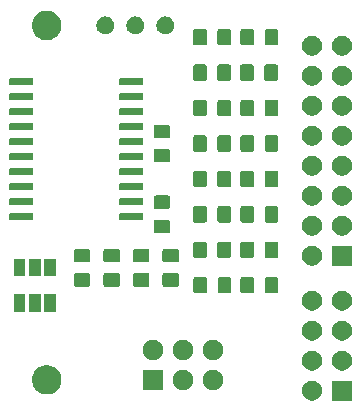
<source format=gbr>
G04 #@! TF.GenerationSoftware,KiCad,Pcbnew,5.1.5+dfsg1-2build2*
G04 #@! TF.CreationDate,2021-03-05T11:50:16+01:00*
G04 #@! TF.ProjectId,buttons,62757474-6f6e-4732-9e6b-696361645f70,rev?*
G04 #@! TF.SameCoordinates,Original*
G04 #@! TF.FileFunction,Soldermask,Top*
G04 #@! TF.FilePolarity,Negative*
%FSLAX46Y46*%
G04 Gerber Fmt 4.6, Leading zero omitted, Abs format (unit mm)*
G04 Created by KiCad (PCBNEW 5.1.5+dfsg1-2build2) date 2021-03-05 11:50:16*
%MOMM*%
%LPD*%
G04 APERTURE LIST*
%ADD10C,0.100000*%
G04 APERTURE END LIST*
D10*
G36*
X227850000Y-122770000D02*
G01*
X226150000Y-122770000D01*
X226150000Y-121070000D01*
X227850000Y-121070000D01*
X227850000Y-122770000D01*
G37*
G36*
X224707935Y-121102664D02*
G01*
X224862624Y-121166739D01*
X224862626Y-121166740D01*
X225001844Y-121259762D01*
X225120238Y-121378156D01*
X225213260Y-121517374D01*
X225213261Y-121517376D01*
X225277336Y-121672065D01*
X225310000Y-121836281D01*
X225310000Y-122003719D01*
X225277336Y-122167935D01*
X225243343Y-122250000D01*
X225213260Y-122322626D01*
X225120238Y-122461844D01*
X225001844Y-122580238D01*
X224862626Y-122673260D01*
X224862625Y-122673261D01*
X224862624Y-122673261D01*
X224707935Y-122737336D01*
X224543719Y-122770000D01*
X224376281Y-122770000D01*
X224212065Y-122737336D01*
X224057376Y-122673261D01*
X224057375Y-122673261D01*
X224057374Y-122673260D01*
X223918156Y-122580238D01*
X223799762Y-122461844D01*
X223706740Y-122322626D01*
X223676657Y-122250000D01*
X223642664Y-122167935D01*
X223610000Y-122003719D01*
X223610000Y-121836281D01*
X223642664Y-121672065D01*
X223706739Y-121517376D01*
X223706740Y-121517374D01*
X223799762Y-121378156D01*
X223918156Y-121259762D01*
X224057374Y-121166740D01*
X224057376Y-121166739D01*
X224212065Y-121102664D01*
X224376281Y-121070000D01*
X224543719Y-121070000D01*
X224707935Y-121102664D01*
G37*
G36*
X202364610Y-119798036D02*
G01*
X202592095Y-119892264D01*
X202592097Y-119892265D01*
X202636365Y-119921844D01*
X202796828Y-120029062D01*
X202970938Y-120203172D01*
X203107736Y-120407905D01*
X203201964Y-120635390D01*
X203250000Y-120876884D01*
X203250000Y-121123116D01*
X203201964Y-121364610D01*
X203138686Y-121517376D01*
X203107735Y-121592097D01*
X202970938Y-121796828D01*
X202796828Y-121970938D01*
X202592097Y-122107735D01*
X202592096Y-122107736D01*
X202592095Y-122107736D01*
X202364610Y-122201964D01*
X202123116Y-122250000D01*
X201876884Y-122250000D01*
X201635390Y-122201964D01*
X201407905Y-122107736D01*
X201407904Y-122107736D01*
X201407903Y-122107735D01*
X201203172Y-121970938D01*
X201029062Y-121796828D01*
X200892265Y-121592097D01*
X200861314Y-121517376D01*
X200798036Y-121364610D01*
X200750000Y-121123116D01*
X200750000Y-120876884D01*
X200798036Y-120635390D01*
X200892264Y-120407905D01*
X201029062Y-120203172D01*
X201203172Y-120029062D01*
X201363635Y-119921844D01*
X201407903Y-119892265D01*
X201407905Y-119892264D01*
X201635390Y-119798036D01*
X201876884Y-119750000D01*
X202123116Y-119750000D01*
X202364610Y-119798036D01*
G37*
G36*
X211863600Y-121863600D02*
G01*
X210136400Y-121863600D01*
X210136400Y-120136400D01*
X211863600Y-120136400D01*
X211863600Y-121863600D01*
G37*
G36*
X213791903Y-120169587D02*
G01*
X213949068Y-120234687D01*
X214090513Y-120329198D01*
X214210802Y-120449487D01*
X214305313Y-120590932D01*
X214370413Y-120748097D01*
X214403600Y-120914943D01*
X214403600Y-121085057D01*
X214370413Y-121251903D01*
X214305313Y-121409068D01*
X214210802Y-121550513D01*
X214090513Y-121670802D01*
X213949068Y-121765313D01*
X213791903Y-121830413D01*
X213625057Y-121863600D01*
X213454943Y-121863600D01*
X213288097Y-121830413D01*
X213130932Y-121765313D01*
X212989487Y-121670802D01*
X212869198Y-121550513D01*
X212774687Y-121409068D01*
X212709587Y-121251903D01*
X212676400Y-121085057D01*
X212676400Y-120914943D01*
X212709587Y-120748097D01*
X212774687Y-120590932D01*
X212869198Y-120449487D01*
X212989487Y-120329198D01*
X213130932Y-120234687D01*
X213288097Y-120169587D01*
X213454943Y-120136400D01*
X213625057Y-120136400D01*
X213791903Y-120169587D01*
G37*
G36*
X216331903Y-120169587D02*
G01*
X216489068Y-120234687D01*
X216630513Y-120329198D01*
X216750802Y-120449487D01*
X216845313Y-120590932D01*
X216910413Y-120748097D01*
X216943600Y-120914943D01*
X216943600Y-121085057D01*
X216910413Y-121251903D01*
X216845313Y-121409068D01*
X216750802Y-121550513D01*
X216630513Y-121670802D01*
X216489068Y-121765313D01*
X216331903Y-121830413D01*
X216165057Y-121863600D01*
X215994943Y-121863600D01*
X215828097Y-121830413D01*
X215670932Y-121765313D01*
X215529487Y-121670802D01*
X215409198Y-121550513D01*
X215314687Y-121409068D01*
X215249587Y-121251903D01*
X215216400Y-121085057D01*
X215216400Y-120914943D01*
X215249587Y-120748097D01*
X215314687Y-120590932D01*
X215409198Y-120449487D01*
X215529487Y-120329198D01*
X215670932Y-120234687D01*
X215828097Y-120169587D01*
X215994943Y-120136400D01*
X216165057Y-120136400D01*
X216331903Y-120169587D01*
G37*
G36*
X227247935Y-118562664D02*
G01*
X227402624Y-118626739D01*
X227402626Y-118626740D01*
X227541844Y-118719762D01*
X227660238Y-118838156D01*
X227753260Y-118977374D01*
X227753261Y-118977376D01*
X227817336Y-119132065D01*
X227850000Y-119296281D01*
X227850000Y-119463719D01*
X227817336Y-119627935D01*
X227766774Y-119750000D01*
X227753260Y-119782626D01*
X227660238Y-119921844D01*
X227541844Y-120040238D01*
X227402626Y-120133260D01*
X227402625Y-120133261D01*
X227402624Y-120133261D01*
X227247935Y-120197336D01*
X227083719Y-120230000D01*
X226916281Y-120230000D01*
X226752065Y-120197336D01*
X226597376Y-120133261D01*
X226597375Y-120133261D01*
X226597374Y-120133260D01*
X226458156Y-120040238D01*
X226339762Y-119921844D01*
X226246740Y-119782626D01*
X226233226Y-119750000D01*
X226182664Y-119627935D01*
X226150000Y-119463719D01*
X226150000Y-119296281D01*
X226182664Y-119132065D01*
X226246739Y-118977376D01*
X226246740Y-118977374D01*
X226339762Y-118838156D01*
X226458156Y-118719762D01*
X226597374Y-118626740D01*
X226597376Y-118626739D01*
X226752065Y-118562664D01*
X226916281Y-118530000D01*
X227083719Y-118530000D01*
X227247935Y-118562664D01*
G37*
G36*
X224707935Y-118562664D02*
G01*
X224862624Y-118626739D01*
X224862626Y-118626740D01*
X225001844Y-118719762D01*
X225120238Y-118838156D01*
X225213260Y-118977374D01*
X225213261Y-118977376D01*
X225277336Y-119132065D01*
X225310000Y-119296281D01*
X225310000Y-119463719D01*
X225277336Y-119627935D01*
X225226774Y-119750000D01*
X225213260Y-119782626D01*
X225120238Y-119921844D01*
X225001844Y-120040238D01*
X224862626Y-120133260D01*
X224862625Y-120133261D01*
X224862624Y-120133261D01*
X224707935Y-120197336D01*
X224543719Y-120230000D01*
X224376281Y-120230000D01*
X224212065Y-120197336D01*
X224057376Y-120133261D01*
X224057375Y-120133261D01*
X224057374Y-120133260D01*
X223918156Y-120040238D01*
X223799762Y-119921844D01*
X223706740Y-119782626D01*
X223693226Y-119750000D01*
X223642664Y-119627935D01*
X223610000Y-119463719D01*
X223610000Y-119296281D01*
X223642664Y-119132065D01*
X223706739Y-118977376D01*
X223706740Y-118977374D01*
X223799762Y-118838156D01*
X223918156Y-118719762D01*
X224057374Y-118626740D01*
X224057376Y-118626739D01*
X224212065Y-118562664D01*
X224376281Y-118530000D01*
X224543719Y-118530000D01*
X224707935Y-118562664D01*
G37*
G36*
X216331903Y-117629587D02*
G01*
X216489068Y-117694687D01*
X216630513Y-117789198D01*
X216750802Y-117909487D01*
X216845313Y-118050932D01*
X216910413Y-118208097D01*
X216943600Y-118374943D01*
X216943600Y-118545057D01*
X216910413Y-118711903D01*
X216845313Y-118869068D01*
X216750802Y-119010513D01*
X216630513Y-119130802D01*
X216489068Y-119225313D01*
X216331903Y-119290413D01*
X216165057Y-119323600D01*
X215994943Y-119323600D01*
X215828097Y-119290413D01*
X215670932Y-119225313D01*
X215529487Y-119130802D01*
X215409198Y-119010513D01*
X215314687Y-118869068D01*
X215249587Y-118711903D01*
X215216400Y-118545057D01*
X215216400Y-118374943D01*
X215249587Y-118208097D01*
X215314687Y-118050932D01*
X215409198Y-117909487D01*
X215529487Y-117789198D01*
X215670932Y-117694687D01*
X215828097Y-117629587D01*
X215994943Y-117596400D01*
X216165057Y-117596400D01*
X216331903Y-117629587D01*
G37*
G36*
X213791903Y-117629587D02*
G01*
X213949068Y-117694687D01*
X214090513Y-117789198D01*
X214210802Y-117909487D01*
X214305313Y-118050932D01*
X214370413Y-118208097D01*
X214403600Y-118374943D01*
X214403600Y-118545057D01*
X214370413Y-118711903D01*
X214305313Y-118869068D01*
X214210802Y-119010513D01*
X214090513Y-119130802D01*
X213949068Y-119225313D01*
X213791903Y-119290413D01*
X213625057Y-119323600D01*
X213454943Y-119323600D01*
X213288097Y-119290413D01*
X213130932Y-119225313D01*
X212989487Y-119130802D01*
X212869198Y-119010513D01*
X212774687Y-118869068D01*
X212709587Y-118711903D01*
X212676400Y-118545057D01*
X212676400Y-118374943D01*
X212709587Y-118208097D01*
X212774687Y-118050932D01*
X212869198Y-117909487D01*
X212989487Y-117789198D01*
X213130932Y-117694687D01*
X213288097Y-117629587D01*
X213454943Y-117596400D01*
X213625057Y-117596400D01*
X213791903Y-117629587D01*
G37*
G36*
X211251903Y-117629587D02*
G01*
X211409068Y-117694687D01*
X211550513Y-117789198D01*
X211670802Y-117909487D01*
X211765313Y-118050932D01*
X211830413Y-118208097D01*
X211863600Y-118374943D01*
X211863600Y-118545057D01*
X211830413Y-118711903D01*
X211765313Y-118869068D01*
X211670802Y-119010513D01*
X211550513Y-119130802D01*
X211409068Y-119225313D01*
X211251903Y-119290413D01*
X211085057Y-119323600D01*
X210914943Y-119323600D01*
X210748097Y-119290413D01*
X210590932Y-119225313D01*
X210449487Y-119130802D01*
X210329198Y-119010513D01*
X210234687Y-118869068D01*
X210169587Y-118711903D01*
X210136400Y-118545057D01*
X210136400Y-118374943D01*
X210169587Y-118208097D01*
X210234687Y-118050932D01*
X210329198Y-117909487D01*
X210449487Y-117789198D01*
X210590932Y-117694687D01*
X210748097Y-117629587D01*
X210914943Y-117596400D01*
X211085057Y-117596400D01*
X211251903Y-117629587D01*
G37*
G36*
X224707935Y-116022664D02*
G01*
X224862624Y-116086739D01*
X224862626Y-116086740D01*
X225001844Y-116179762D01*
X225120238Y-116298156D01*
X225213260Y-116437374D01*
X225213261Y-116437376D01*
X225277336Y-116592065D01*
X225310000Y-116756281D01*
X225310000Y-116923719D01*
X225277336Y-117087935D01*
X225213261Y-117242624D01*
X225213260Y-117242626D01*
X225120238Y-117381844D01*
X225001844Y-117500238D01*
X224862626Y-117593260D01*
X224862625Y-117593261D01*
X224862624Y-117593261D01*
X224707935Y-117657336D01*
X224543719Y-117690000D01*
X224376281Y-117690000D01*
X224212065Y-117657336D01*
X224057376Y-117593261D01*
X224057375Y-117593261D01*
X224057374Y-117593260D01*
X223918156Y-117500238D01*
X223799762Y-117381844D01*
X223706740Y-117242626D01*
X223706739Y-117242624D01*
X223642664Y-117087935D01*
X223610000Y-116923719D01*
X223610000Y-116756281D01*
X223642664Y-116592065D01*
X223706739Y-116437376D01*
X223706740Y-116437374D01*
X223799762Y-116298156D01*
X223918156Y-116179762D01*
X224057374Y-116086740D01*
X224057376Y-116086739D01*
X224212065Y-116022664D01*
X224376281Y-115990000D01*
X224543719Y-115990000D01*
X224707935Y-116022664D01*
G37*
G36*
X227247935Y-116022664D02*
G01*
X227402624Y-116086739D01*
X227402626Y-116086740D01*
X227541844Y-116179762D01*
X227660238Y-116298156D01*
X227753260Y-116437374D01*
X227753261Y-116437376D01*
X227817336Y-116592065D01*
X227850000Y-116756281D01*
X227850000Y-116923719D01*
X227817336Y-117087935D01*
X227753261Y-117242624D01*
X227753260Y-117242626D01*
X227660238Y-117381844D01*
X227541844Y-117500238D01*
X227402626Y-117593260D01*
X227402625Y-117593261D01*
X227402624Y-117593261D01*
X227247935Y-117657336D01*
X227083719Y-117690000D01*
X226916281Y-117690000D01*
X226752065Y-117657336D01*
X226597376Y-117593261D01*
X226597375Y-117593261D01*
X226597374Y-117593260D01*
X226458156Y-117500238D01*
X226339762Y-117381844D01*
X226246740Y-117242626D01*
X226246739Y-117242624D01*
X226182664Y-117087935D01*
X226150000Y-116923719D01*
X226150000Y-116756281D01*
X226182664Y-116592065D01*
X226246739Y-116437376D01*
X226246740Y-116437374D01*
X226339762Y-116298156D01*
X226458156Y-116179762D01*
X226597374Y-116086740D01*
X226597376Y-116086739D01*
X226752065Y-116022664D01*
X226916281Y-115990000D01*
X227083719Y-115990000D01*
X227247935Y-116022664D01*
G37*
G36*
X202800000Y-115250000D02*
G01*
X201800000Y-115250000D01*
X201800000Y-113750000D01*
X202800000Y-113750000D01*
X202800000Y-115250000D01*
G37*
G36*
X200200000Y-115250000D02*
G01*
X199200000Y-115250000D01*
X199200000Y-113750000D01*
X200200000Y-113750000D01*
X200200000Y-115250000D01*
G37*
G36*
X201500000Y-115250000D02*
G01*
X200500000Y-115250000D01*
X200500000Y-113750000D01*
X201500000Y-113750000D01*
X201500000Y-115250000D01*
G37*
G36*
X227247935Y-113482664D02*
G01*
X227402624Y-113546739D01*
X227402626Y-113546740D01*
X227541844Y-113639762D01*
X227660238Y-113758156D01*
X227753260Y-113897374D01*
X227753261Y-113897376D01*
X227817336Y-114052065D01*
X227850000Y-114216281D01*
X227850000Y-114383719D01*
X227817336Y-114547935D01*
X227753261Y-114702624D01*
X227753260Y-114702626D01*
X227660238Y-114841844D01*
X227541844Y-114960238D01*
X227402626Y-115053260D01*
X227402625Y-115053261D01*
X227402624Y-115053261D01*
X227247935Y-115117336D01*
X227083719Y-115150000D01*
X226916281Y-115150000D01*
X226752065Y-115117336D01*
X226597376Y-115053261D01*
X226597375Y-115053261D01*
X226597374Y-115053260D01*
X226458156Y-114960238D01*
X226339762Y-114841844D01*
X226246740Y-114702626D01*
X226246739Y-114702624D01*
X226182664Y-114547935D01*
X226150000Y-114383719D01*
X226150000Y-114216281D01*
X226182664Y-114052065D01*
X226246739Y-113897376D01*
X226246740Y-113897374D01*
X226339762Y-113758156D01*
X226458156Y-113639762D01*
X226597374Y-113546740D01*
X226597376Y-113546739D01*
X226752065Y-113482664D01*
X226916281Y-113450000D01*
X227083719Y-113450000D01*
X227247935Y-113482664D01*
G37*
G36*
X224707935Y-113482664D02*
G01*
X224862624Y-113546739D01*
X224862626Y-113546740D01*
X225001844Y-113639762D01*
X225120238Y-113758156D01*
X225213260Y-113897374D01*
X225213261Y-113897376D01*
X225277336Y-114052065D01*
X225310000Y-114216281D01*
X225310000Y-114383719D01*
X225277336Y-114547935D01*
X225213261Y-114702624D01*
X225213260Y-114702626D01*
X225120238Y-114841844D01*
X225001844Y-114960238D01*
X224862626Y-115053260D01*
X224862625Y-115053261D01*
X224862624Y-115053261D01*
X224707935Y-115117336D01*
X224543719Y-115150000D01*
X224376281Y-115150000D01*
X224212065Y-115117336D01*
X224057376Y-115053261D01*
X224057375Y-115053261D01*
X224057374Y-115053260D01*
X223918156Y-114960238D01*
X223799762Y-114841844D01*
X223706740Y-114702626D01*
X223706739Y-114702624D01*
X223642664Y-114547935D01*
X223610000Y-114383719D01*
X223610000Y-114216281D01*
X223642664Y-114052065D01*
X223706739Y-113897376D01*
X223706740Y-113897374D01*
X223799762Y-113758156D01*
X223918156Y-113639762D01*
X224057374Y-113546740D01*
X224057376Y-113546739D01*
X224212065Y-113482664D01*
X224376281Y-113450000D01*
X224543719Y-113450000D01*
X224707935Y-113482664D01*
G37*
G36*
X221455522Y-112304039D02*
G01*
X221489057Y-112314212D01*
X221519956Y-112330728D01*
X221547043Y-112352957D01*
X221569272Y-112380044D01*
X221585788Y-112410943D01*
X221595961Y-112444478D01*
X221600000Y-112485487D01*
X221600000Y-113514513D01*
X221595961Y-113555522D01*
X221585788Y-113589057D01*
X221569272Y-113619956D01*
X221547043Y-113647043D01*
X221519956Y-113669272D01*
X221489057Y-113685788D01*
X221455522Y-113695961D01*
X221414513Y-113700000D01*
X220635487Y-113700000D01*
X220594478Y-113695961D01*
X220560943Y-113685788D01*
X220530044Y-113669272D01*
X220502957Y-113647043D01*
X220480728Y-113619956D01*
X220464212Y-113589057D01*
X220454039Y-113555522D01*
X220450000Y-113514513D01*
X220450000Y-112485487D01*
X220454039Y-112444478D01*
X220464212Y-112410943D01*
X220480728Y-112380044D01*
X220502957Y-112352957D01*
X220530044Y-112330728D01*
X220560943Y-112314212D01*
X220594478Y-112304039D01*
X220635487Y-112300000D01*
X221414513Y-112300000D01*
X221455522Y-112304039D01*
G37*
G36*
X215430522Y-112304039D02*
G01*
X215464057Y-112314212D01*
X215494956Y-112330728D01*
X215522043Y-112352957D01*
X215544272Y-112380044D01*
X215560788Y-112410943D01*
X215570961Y-112444478D01*
X215575000Y-112485487D01*
X215575000Y-113514513D01*
X215570961Y-113555522D01*
X215560788Y-113589057D01*
X215544272Y-113619956D01*
X215522043Y-113647043D01*
X215494956Y-113669272D01*
X215464057Y-113685788D01*
X215430522Y-113695961D01*
X215389513Y-113700000D01*
X214610487Y-113700000D01*
X214569478Y-113695961D01*
X214535943Y-113685788D01*
X214505044Y-113669272D01*
X214477957Y-113647043D01*
X214455728Y-113619956D01*
X214439212Y-113589057D01*
X214429039Y-113555522D01*
X214425000Y-113514513D01*
X214425000Y-112485487D01*
X214429039Y-112444478D01*
X214439212Y-112410943D01*
X214455728Y-112380044D01*
X214477957Y-112352957D01*
X214505044Y-112330728D01*
X214535943Y-112314212D01*
X214569478Y-112304039D01*
X214610487Y-112300000D01*
X215389513Y-112300000D01*
X215430522Y-112304039D01*
G37*
G36*
X217480522Y-112304039D02*
G01*
X217514057Y-112314212D01*
X217544956Y-112330728D01*
X217572043Y-112352957D01*
X217594272Y-112380044D01*
X217610788Y-112410943D01*
X217620961Y-112444478D01*
X217625000Y-112485487D01*
X217625000Y-113514513D01*
X217620961Y-113555522D01*
X217610788Y-113589057D01*
X217594272Y-113619956D01*
X217572043Y-113647043D01*
X217544956Y-113669272D01*
X217514057Y-113685788D01*
X217480522Y-113695961D01*
X217439513Y-113700000D01*
X216660487Y-113700000D01*
X216619478Y-113695961D01*
X216585943Y-113685788D01*
X216555044Y-113669272D01*
X216527957Y-113647043D01*
X216505728Y-113619956D01*
X216489212Y-113589057D01*
X216479039Y-113555522D01*
X216475000Y-113514513D01*
X216475000Y-112485487D01*
X216479039Y-112444478D01*
X216489212Y-112410943D01*
X216505728Y-112380044D01*
X216527957Y-112352957D01*
X216555044Y-112330728D01*
X216585943Y-112314212D01*
X216619478Y-112304039D01*
X216660487Y-112300000D01*
X217439513Y-112300000D01*
X217480522Y-112304039D01*
G37*
G36*
X219405522Y-112304039D02*
G01*
X219439057Y-112314212D01*
X219469956Y-112330728D01*
X219497043Y-112352957D01*
X219519272Y-112380044D01*
X219535788Y-112410943D01*
X219545961Y-112444478D01*
X219550000Y-112485487D01*
X219550000Y-113514513D01*
X219545961Y-113555522D01*
X219535788Y-113589057D01*
X219519272Y-113619956D01*
X219497043Y-113647043D01*
X219469956Y-113669272D01*
X219439057Y-113685788D01*
X219405522Y-113695961D01*
X219364513Y-113700000D01*
X218585487Y-113700000D01*
X218544478Y-113695961D01*
X218510943Y-113685788D01*
X218480044Y-113669272D01*
X218452957Y-113647043D01*
X218430728Y-113619956D01*
X218414212Y-113589057D01*
X218404039Y-113555522D01*
X218400000Y-113514513D01*
X218400000Y-112485487D01*
X218404039Y-112444478D01*
X218414212Y-112410943D01*
X218430728Y-112380044D01*
X218452957Y-112352957D01*
X218480044Y-112330728D01*
X218510943Y-112314212D01*
X218544478Y-112304039D01*
X218585487Y-112300000D01*
X219364513Y-112300000D01*
X219405522Y-112304039D01*
G37*
G36*
X208055522Y-111979039D02*
G01*
X208089057Y-111989212D01*
X208119956Y-112005728D01*
X208147043Y-112027957D01*
X208169272Y-112055044D01*
X208185788Y-112085943D01*
X208195961Y-112119478D01*
X208200000Y-112160487D01*
X208200000Y-112939513D01*
X208195961Y-112980522D01*
X208185788Y-113014057D01*
X208169272Y-113044956D01*
X208147043Y-113072043D01*
X208119956Y-113094272D01*
X208089057Y-113110788D01*
X208055522Y-113120961D01*
X208014513Y-113125000D01*
X206985487Y-113125000D01*
X206944478Y-113120961D01*
X206910943Y-113110788D01*
X206880044Y-113094272D01*
X206852957Y-113072043D01*
X206830728Y-113044956D01*
X206814212Y-113014057D01*
X206804039Y-112980522D01*
X206800000Y-112939513D01*
X206800000Y-112160487D01*
X206804039Y-112119478D01*
X206814212Y-112085943D01*
X206830728Y-112055044D01*
X206852957Y-112027957D01*
X206880044Y-112005728D01*
X206910943Y-111989212D01*
X206944478Y-111979039D01*
X206985487Y-111975000D01*
X208014513Y-111975000D01*
X208055522Y-111979039D01*
G37*
G36*
X205555522Y-111979039D02*
G01*
X205589057Y-111989212D01*
X205619956Y-112005728D01*
X205647043Y-112027957D01*
X205669272Y-112055044D01*
X205685788Y-112085943D01*
X205695961Y-112119478D01*
X205700000Y-112160487D01*
X205700000Y-112939513D01*
X205695961Y-112980522D01*
X205685788Y-113014057D01*
X205669272Y-113044956D01*
X205647043Y-113072043D01*
X205619956Y-113094272D01*
X205589057Y-113110788D01*
X205555522Y-113120961D01*
X205514513Y-113125000D01*
X204485487Y-113125000D01*
X204444478Y-113120961D01*
X204410943Y-113110788D01*
X204380044Y-113094272D01*
X204352957Y-113072043D01*
X204330728Y-113044956D01*
X204314212Y-113014057D01*
X204304039Y-112980522D01*
X204300000Y-112939513D01*
X204300000Y-112160487D01*
X204304039Y-112119478D01*
X204314212Y-112085943D01*
X204330728Y-112055044D01*
X204352957Y-112027957D01*
X204380044Y-112005728D01*
X204410943Y-111989212D01*
X204444478Y-111979039D01*
X204485487Y-111975000D01*
X205514513Y-111975000D01*
X205555522Y-111979039D01*
G37*
G36*
X210555522Y-111979039D02*
G01*
X210589057Y-111989212D01*
X210619956Y-112005728D01*
X210647043Y-112027957D01*
X210669272Y-112055044D01*
X210685788Y-112085943D01*
X210695961Y-112119478D01*
X210700000Y-112160487D01*
X210700000Y-112939513D01*
X210695961Y-112980522D01*
X210685788Y-113014057D01*
X210669272Y-113044956D01*
X210647043Y-113072043D01*
X210619956Y-113094272D01*
X210589057Y-113110788D01*
X210555522Y-113120961D01*
X210514513Y-113125000D01*
X209485487Y-113125000D01*
X209444478Y-113120961D01*
X209410943Y-113110788D01*
X209380044Y-113094272D01*
X209352957Y-113072043D01*
X209330728Y-113044956D01*
X209314212Y-113014057D01*
X209304039Y-112980522D01*
X209300000Y-112939513D01*
X209300000Y-112160487D01*
X209304039Y-112119478D01*
X209314212Y-112085943D01*
X209330728Y-112055044D01*
X209352957Y-112027957D01*
X209380044Y-112005728D01*
X209410943Y-111989212D01*
X209444478Y-111979039D01*
X209485487Y-111975000D01*
X210514513Y-111975000D01*
X210555522Y-111979039D01*
G37*
G36*
X213055522Y-111979039D02*
G01*
X213089057Y-111989212D01*
X213119956Y-112005728D01*
X213147043Y-112027957D01*
X213169272Y-112055044D01*
X213185788Y-112085943D01*
X213195961Y-112119478D01*
X213200000Y-112160487D01*
X213200000Y-112939513D01*
X213195961Y-112980522D01*
X213185788Y-113014057D01*
X213169272Y-113044956D01*
X213147043Y-113072043D01*
X213119956Y-113094272D01*
X213089057Y-113110788D01*
X213055522Y-113120961D01*
X213014513Y-113125000D01*
X211985487Y-113125000D01*
X211944478Y-113120961D01*
X211910943Y-113110788D01*
X211880044Y-113094272D01*
X211852957Y-113072043D01*
X211830728Y-113044956D01*
X211814212Y-113014057D01*
X211804039Y-112980522D01*
X211800000Y-112939513D01*
X211800000Y-112160487D01*
X211804039Y-112119478D01*
X211814212Y-112085943D01*
X211830728Y-112055044D01*
X211852957Y-112027957D01*
X211880044Y-112005728D01*
X211910943Y-111989212D01*
X211944478Y-111979039D01*
X211985487Y-111975000D01*
X213014513Y-111975000D01*
X213055522Y-111979039D01*
G37*
G36*
X200200000Y-112250000D02*
G01*
X199200000Y-112250000D01*
X199200000Y-110750000D01*
X200200000Y-110750000D01*
X200200000Y-112250000D01*
G37*
G36*
X201500000Y-112250000D02*
G01*
X200500000Y-112250000D01*
X200500000Y-110750000D01*
X201500000Y-110750000D01*
X201500000Y-112250000D01*
G37*
G36*
X202800000Y-112250000D02*
G01*
X201800000Y-112250000D01*
X201800000Y-110750000D01*
X202800000Y-110750000D01*
X202800000Y-112250000D01*
G37*
G36*
X227850000Y-111350000D02*
G01*
X226150000Y-111350000D01*
X226150000Y-109650000D01*
X227850000Y-109650000D01*
X227850000Y-111350000D01*
G37*
G36*
X224707935Y-109682664D02*
G01*
X224862624Y-109746739D01*
X224862626Y-109746740D01*
X225001844Y-109839762D01*
X225120238Y-109958156D01*
X225213260Y-110097374D01*
X225213261Y-110097376D01*
X225277336Y-110252065D01*
X225310000Y-110416281D01*
X225310000Y-110583719D01*
X225277336Y-110747935D01*
X225218692Y-110889513D01*
X225213260Y-110902626D01*
X225120238Y-111041844D01*
X225001844Y-111160238D01*
X224862626Y-111253260D01*
X224862625Y-111253261D01*
X224862624Y-111253261D01*
X224707935Y-111317336D01*
X224543719Y-111350000D01*
X224376281Y-111350000D01*
X224212065Y-111317336D01*
X224057376Y-111253261D01*
X224057375Y-111253261D01*
X224057374Y-111253260D01*
X223918156Y-111160238D01*
X223799762Y-111041844D01*
X223706740Y-110902626D01*
X223701308Y-110889513D01*
X223642664Y-110747935D01*
X223610000Y-110583719D01*
X223610000Y-110416281D01*
X223642664Y-110252065D01*
X223706739Y-110097376D01*
X223706740Y-110097374D01*
X223799762Y-109958156D01*
X223918156Y-109839762D01*
X224057374Y-109746740D01*
X224057376Y-109746739D01*
X224212065Y-109682664D01*
X224376281Y-109650000D01*
X224543719Y-109650000D01*
X224707935Y-109682664D01*
G37*
G36*
X213055522Y-109929039D02*
G01*
X213089057Y-109939212D01*
X213119956Y-109955728D01*
X213147043Y-109977957D01*
X213169272Y-110005044D01*
X213185788Y-110035943D01*
X213195961Y-110069478D01*
X213200000Y-110110487D01*
X213200000Y-110889513D01*
X213195961Y-110930522D01*
X213185788Y-110964057D01*
X213169272Y-110994956D01*
X213147043Y-111022043D01*
X213119956Y-111044272D01*
X213089057Y-111060788D01*
X213055522Y-111070961D01*
X213014513Y-111075000D01*
X211985487Y-111075000D01*
X211944478Y-111070961D01*
X211910943Y-111060788D01*
X211880044Y-111044272D01*
X211852957Y-111022043D01*
X211830728Y-110994956D01*
X211814212Y-110964057D01*
X211804039Y-110930522D01*
X211800000Y-110889513D01*
X211800000Y-110110487D01*
X211804039Y-110069478D01*
X211814212Y-110035943D01*
X211830728Y-110005044D01*
X211852957Y-109977957D01*
X211880044Y-109955728D01*
X211910943Y-109939212D01*
X211944478Y-109929039D01*
X211985487Y-109925000D01*
X213014513Y-109925000D01*
X213055522Y-109929039D01*
G37*
G36*
X208055522Y-109929039D02*
G01*
X208089057Y-109939212D01*
X208119956Y-109955728D01*
X208147043Y-109977957D01*
X208169272Y-110005044D01*
X208185788Y-110035943D01*
X208195961Y-110069478D01*
X208200000Y-110110487D01*
X208200000Y-110889513D01*
X208195961Y-110930522D01*
X208185788Y-110964057D01*
X208169272Y-110994956D01*
X208147043Y-111022043D01*
X208119956Y-111044272D01*
X208089057Y-111060788D01*
X208055522Y-111070961D01*
X208014513Y-111075000D01*
X206985487Y-111075000D01*
X206944478Y-111070961D01*
X206910943Y-111060788D01*
X206880044Y-111044272D01*
X206852957Y-111022043D01*
X206830728Y-110994956D01*
X206814212Y-110964057D01*
X206804039Y-110930522D01*
X206800000Y-110889513D01*
X206800000Y-110110487D01*
X206804039Y-110069478D01*
X206814212Y-110035943D01*
X206830728Y-110005044D01*
X206852957Y-109977957D01*
X206880044Y-109955728D01*
X206910943Y-109939212D01*
X206944478Y-109929039D01*
X206985487Y-109925000D01*
X208014513Y-109925000D01*
X208055522Y-109929039D01*
G37*
G36*
X210555522Y-109929039D02*
G01*
X210589057Y-109939212D01*
X210619956Y-109955728D01*
X210647043Y-109977957D01*
X210669272Y-110005044D01*
X210685788Y-110035943D01*
X210695961Y-110069478D01*
X210700000Y-110110487D01*
X210700000Y-110889513D01*
X210695961Y-110930522D01*
X210685788Y-110964057D01*
X210669272Y-110994956D01*
X210647043Y-111022043D01*
X210619956Y-111044272D01*
X210589057Y-111060788D01*
X210555522Y-111070961D01*
X210514513Y-111075000D01*
X209485487Y-111075000D01*
X209444478Y-111070961D01*
X209410943Y-111060788D01*
X209380044Y-111044272D01*
X209352957Y-111022043D01*
X209330728Y-110994956D01*
X209314212Y-110964057D01*
X209304039Y-110930522D01*
X209300000Y-110889513D01*
X209300000Y-110110487D01*
X209304039Y-110069478D01*
X209314212Y-110035943D01*
X209330728Y-110005044D01*
X209352957Y-109977957D01*
X209380044Y-109955728D01*
X209410943Y-109939212D01*
X209444478Y-109929039D01*
X209485487Y-109925000D01*
X210514513Y-109925000D01*
X210555522Y-109929039D01*
G37*
G36*
X205555522Y-109929039D02*
G01*
X205589057Y-109939212D01*
X205619956Y-109955728D01*
X205647043Y-109977957D01*
X205669272Y-110005044D01*
X205685788Y-110035943D01*
X205695961Y-110069478D01*
X205700000Y-110110487D01*
X205700000Y-110889513D01*
X205695961Y-110930522D01*
X205685788Y-110964057D01*
X205669272Y-110994956D01*
X205647043Y-111022043D01*
X205619956Y-111044272D01*
X205589057Y-111060788D01*
X205555522Y-111070961D01*
X205514513Y-111075000D01*
X204485487Y-111075000D01*
X204444478Y-111070961D01*
X204410943Y-111060788D01*
X204380044Y-111044272D01*
X204352957Y-111022043D01*
X204330728Y-110994956D01*
X204314212Y-110964057D01*
X204304039Y-110930522D01*
X204300000Y-110889513D01*
X204300000Y-110110487D01*
X204304039Y-110069478D01*
X204314212Y-110035943D01*
X204330728Y-110005044D01*
X204352957Y-109977957D01*
X204380044Y-109955728D01*
X204410943Y-109939212D01*
X204444478Y-109929039D01*
X204485487Y-109925000D01*
X205514513Y-109925000D01*
X205555522Y-109929039D01*
G37*
G36*
X221455522Y-109304039D02*
G01*
X221489057Y-109314212D01*
X221519956Y-109330728D01*
X221547043Y-109352957D01*
X221569272Y-109380044D01*
X221585788Y-109410943D01*
X221595961Y-109444478D01*
X221600000Y-109485487D01*
X221600000Y-110514513D01*
X221595961Y-110555522D01*
X221585788Y-110589057D01*
X221569272Y-110619956D01*
X221547043Y-110647043D01*
X221519956Y-110669272D01*
X221489057Y-110685788D01*
X221455522Y-110695961D01*
X221414513Y-110700000D01*
X220635487Y-110700000D01*
X220594478Y-110695961D01*
X220560943Y-110685788D01*
X220530044Y-110669272D01*
X220502957Y-110647043D01*
X220480728Y-110619956D01*
X220464212Y-110589057D01*
X220454039Y-110555522D01*
X220450000Y-110514513D01*
X220450000Y-109485487D01*
X220454039Y-109444478D01*
X220464212Y-109410943D01*
X220480728Y-109380044D01*
X220502957Y-109352957D01*
X220530044Y-109330728D01*
X220560943Y-109314212D01*
X220594478Y-109304039D01*
X220635487Y-109300000D01*
X221414513Y-109300000D01*
X221455522Y-109304039D01*
G37*
G36*
X219405522Y-109304039D02*
G01*
X219439057Y-109314212D01*
X219469956Y-109330728D01*
X219497043Y-109352957D01*
X219519272Y-109380044D01*
X219535788Y-109410943D01*
X219545961Y-109444478D01*
X219550000Y-109485487D01*
X219550000Y-110514513D01*
X219545961Y-110555522D01*
X219535788Y-110589057D01*
X219519272Y-110619956D01*
X219497043Y-110647043D01*
X219469956Y-110669272D01*
X219439057Y-110685788D01*
X219405522Y-110695961D01*
X219364513Y-110700000D01*
X218585487Y-110700000D01*
X218544478Y-110695961D01*
X218510943Y-110685788D01*
X218480044Y-110669272D01*
X218452957Y-110647043D01*
X218430728Y-110619956D01*
X218414212Y-110589057D01*
X218404039Y-110555522D01*
X218400000Y-110514513D01*
X218400000Y-109485487D01*
X218404039Y-109444478D01*
X218414212Y-109410943D01*
X218430728Y-109380044D01*
X218452957Y-109352957D01*
X218480044Y-109330728D01*
X218510943Y-109314212D01*
X218544478Y-109304039D01*
X218585487Y-109300000D01*
X219364513Y-109300000D01*
X219405522Y-109304039D01*
G37*
G36*
X215405522Y-109304039D02*
G01*
X215439057Y-109314212D01*
X215469956Y-109330728D01*
X215497043Y-109352957D01*
X215519272Y-109380044D01*
X215535788Y-109410943D01*
X215545961Y-109444478D01*
X215550000Y-109485487D01*
X215550000Y-110514513D01*
X215545961Y-110555522D01*
X215535788Y-110589057D01*
X215519272Y-110619956D01*
X215497043Y-110647043D01*
X215469956Y-110669272D01*
X215439057Y-110685788D01*
X215405522Y-110695961D01*
X215364513Y-110700000D01*
X214585487Y-110700000D01*
X214544478Y-110695961D01*
X214510943Y-110685788D01*
X214480044Y-110669272D01*
X214452957Y-110647043D01*
X214430728Y-110619956D01*
X214414212Y-110589057D01*
X214404039Y-110555522D01*
X214400000Y-110514513D01*
X214400000Y-109485487D01*
X214404039Y-109444478D01*
X214414212Y-109410943D01*
X214430728Y-109380044D01*
X214452957Y-109352957D01*
X214480044Y-109330728D01*
X214510943Y-109314212D01*
X214544478Y-109304039D01*
X214585487Y-109300000D01*
X215364513Y-109300000D01*
X215405522Y-109304039D01*
G37*
G36*
X217455522Y-109304039D02*
G01*
X217489057Y-109314212D01*
X217519956Y-109330728D01*
X217547043Y-109352957D01*
X217569272Y-109380044D01*
X217585788Y-109410943D01*
X217595961Y-109444478D01*
X217600000Y-109485487D01*
X217600000Y-110514513D01*
X217595961Y-110555522D01*
X217585788Y-110589057D01*
X217569272Y-110619956D01*
X217547043Y-110647043D01*
X217519956Y-110669272D01*
X217489057Y-110685788D01*
X217455522Y-110695961D01*
X217414513Y-110700000D01*
X216635487Y-110700000D01*
X216594478Y-110695961D01*
X216560943Y-110685788D01*
X216530044Y-110669272D01*
X216502957Y-110647043D01*
X216480728Y-110619956D01*
X216464212Y-110589057D01*
X216454039Y-110555522D01*
X216450000Y-110514513D01*
X216450000Y-109485487D01*
X216454039Y-109444478D01*
X216464212Y-109410943D01*
X216480728Y-109380044D01*
X216502957Y-109352957D01*
X216530044Y-109330728D01*
X216560943Y-109314212D01*
X216594478Y-109304039D01*
X216635487Y-109300000D01*
X217414513Y-109300000D01*
X217455522Y-109304039D01*
G37*
G36*
X227247935Y-107142664D02*
G01*
X227402624Y-107206739D01*
X227402626Y-107206740D01*
X227541844Y-107299762D01*
X227660238Y-107418156D01*
X227753260Y-107557374D01*
X227753261Y-107557376D01*
X227817336Y-107712065D01*
X227850000Y-107876281D01*
X227850000Y-108043719D01*
X227817336Y-108207935D01*
X227753261Y-108362624D01*
X227753260Y-108362626D01*
X227660238Y-108501844D01*
X227541844Y-108620238D01*
X227402626Y-108713260D01*
X227402625Y-108713261D01*
X227402624Y-108713261D01*
X227247935Y-108777336D01*
X227083719Y-108810000D01*
X226916281Y-108810000D01*
X226752065Y-108777336D01*
X226597376Y-108713261D01*
X226597375Y-108713261D01*
X226597374Y-108713260D01*
X226458156Y-108620238D01*
X226339762Y-108501844D01*
X226246740Y-108362626D01*
X226246739Y-108362624D01*
X226182664Y-108207935D01*
X226150000Y-108043719D01*
X226150000Y-107876281D01*
X226182664Y-107712065D01*
X226246739Y-107557376D01*
X226246740Y-107557374D01*
X226339762Y-107418156D01*
X226458156Y-107299762D01*
X226597374Y-107206740D01*
X226597376Y-107206739D01*
X226752065Y-107142664D01*
X226916281Y-107110000D01*
X227083719Y-107110000D01*
X227247935Y-107142664D01*
G37*
G36*
X224707935Y-107142664D02*
G01*
X224862624Y-107206739D01*
X224862626Y-107206740D01*
X225001844Y-107299762D01*
X225120238Y-107418156D01*
X225213260Y-107557374D01*
X225213261Y-107557376D01*
X225277336Y-107712065D01*
X225310000Y-107876281D01*
X225310000Y-108043719D01*
X225277336Y-108207935D01*
X225213261Y-108362624D01*
X225213260Y-108362626D01*
X225120238Y-108501844D01*
X225001844Y-108620238D01*
X224862626Y-108713260D01*
X224862625Y-108713261D01*
X224862624Y-108713261D01*
X224707935Y-108777336D01*
X224543719Y-108810000D01*
X224376281Y-108810000D01*
X224212065Y-108777336D01*
X224057376Y-108713261D01*
X224057375Y-108713261D01*
X224057374Y-108713260D01*
X223918156Y-108620238D01*
X223799762Y-108501844D01*
X223706740Y-108362626D01*
X223706739Y-108362624D01*
X223642664Y-108207935D01*
X223610000Y-108043719D01*
X223610000Y-107876281D01*
X223642664Y-107712065D01*
X223706739Y-107557376D01*
X223706740Y-107557374D01*
X223799762Y-107418156D01*
X223918156Y-107299762D01*
X224057374Y-107206740D01*
X224057376Y-107206739D01*
X224212065Y-107142664D01*
X224376281Y-107110000D01*
X224543719Y-107110000D01*
X224707935Y-107142664D01*
G37*
G36*
X212305522Y-107454039D02*
G01*
X212339057Y-107464212D01*
X212369956Y-107480728D01*
X212397043Y-107502957D01*
X212419272Y-107530044D01*
X212435788Y-107560943D01*
X212445961Y-107594478D01*
X212450000Y-107635487D01*
X212450000Y-108414513D01*
X212445961Y-108455522D01*
X212435788Y-108489057D01*
X212419272Y-108519956D01*
X212397043Y-108547043D01*
X212369956Y-108569272D01*
X212339057Y-108585788D01*
X212305522Y-108595961D01*
X212264513Y-108600000D01*
X211235487Y-108600000D01*
X211194478Y-108595961D01*
X211160943Y-108585788D01*
X211130044Y-108569272D01*
X211102957Y-108547043D01*
X211080728Y-108519956D01*
X211064212Y-108489057D01*
X211054039Y-108455522D01*
X211050000Y-108414513D01*
X211050000Y-107635487D01*
X211054039Y-107594478D01*
X211064212Y-107560943D01*
X211080728Y-107530044D01*
X211102957Y-107502957D01*
X211130044Y-107480728D01*
X211160943Y-107464212D01*
X211194478Y-107454039D01*
X211235487Y-107450000D01*
X212264513Y-107450000D01*
X212305522Y-107454039D01*
G37*
G36*
X215405522Y-106304039D02*
G01*
X215439057Y-106314212D01*
X215469956Y-106330728D01*
X215497043Y-106352957D01*
X215519272Y-106380044D01*
X215535788Y-106410943D01*
X215545961Y-106444478D01*
X215550000Y-106485487D01*
X215550000Y-107514513D01*
X215545961Y-107555522D01*
X215535788Y-107589057D01*
X215519272Y-107619956D01*
X215497043Y-107647043D01*
X215469956Y-107669272D01*
X215439057Y-107685788D01*
X215405522Y-107695961D01*
X215364513Y-107700000D01*
X214585487Y-107700000D01*
X214544478Y-107695961D01*
X214510943Y-107685788D01*
X214480044Y-107669272D01*
X214452957Y-107647043D01*
X214430728Y-107619956D01*
X214414212Y-107589057D01*
X214404039Y-107555522D01*
X214400000Y-107514513D01*
X214400000Y-106485487D01*
X214404039Y-106444478D01*
X214414212Y-106410943D01*
X214430728Y-106380044D01*
X214452957Y-106352957D01*
X214480044Y-106330728D01*
X214510943Y-106314212D01*
X214544478Y-106304039D01*
X214585487Y-106300000D01*
X215364513Y-106300000D01*
X215405522Y-106304039D01*
G37*
G36*
X219405522Y-106304039D02*
G01*
X219439057Y-106314212D01*
X219469956Y-106330728D01*
X219497043Y-106352957D01*
X219519272Y-106380044D01*
X219535788Y-106410943D01*
X219545961Y-106444478D01*
X219550000Y-106485487D01*
X219550000Y-107514513D01*
X219545961Y-107555522D01*
X219535788Y-107589057D01*
X219519272Y-107619956D01*
X219497043Y-107647043D01*
X219469956Y-107669272D01*
X219439057Y-107685788D01*
X219405522Y-107695961D01*
X219364513Y-107700000D01*
X218585487Y-107700000D01*
X218544478Y-107695961D01*
X218510943Y-107685788D01*
X218480044Y-107669272D01*
X218452957Y-107647043D01*
X218430728Y-107619956D01*
X218414212Y-107589057D01*
X218404039Y-107555522D01*
X218400000Y-107514513D01*
X218400000Y-106485487D01*
X218404039Y-106444478D01*
X218414212Y-106410943D01*
X218430728Y-106380044D01*
X218452957Y-106352957D01*
X218480044Y-106330728D01*
X218510943Y-106314212D01*
X218544478Y-106304039D01*
X218585487Y-106300000D01*
X219364513Y-106300000D01*
X219405522Y-106304039D01*
G37*
G36*
X217455522Y-106304039D02*
G01*
X217489057Y-106314212D01*
X217519956Y-106330728D01*
X217547043Y-106352957D01*
X217569272Y-106380044D01*
X217585788Y-106410943D01*
X217595961Y-106444478D01*
X217600000Y-106485487D01*
X217600000Y-107514513D01*
X217595961Y-107555522D01*
X217585788Y-107589057D01*
X217569272Y-107619956D01*
X217547043Y-107647043D01*
X217519956Y-107669272D01*
X217489057Y-107685788D01*
X217455522Y-107695961D01*
X217414513Y-107700000D01*
X216635487Y-107700000D01*
X216594478Y-107695961D01*
X216560943Y-107685788D01*
X216530044Y-107669272D01*
X216502957Y-107647043D01*
X216480728Y-107619956D01*
X216464212Y-107589057D01*
X216454039Y-107555522D01*
X216450000Y-107514513D01*
X216450000Y-106485487D01*
X216454039Y-106444478D01*
X216464212Y-106410943D01*
X216480728Y-106380044D01*
X216502957Y-106352957D01*
X216530044Y-106330728D01*
X216560943Y-106314212D01*
X216594478Y-106304039D01*
X216635487Y-106300000D01*
X217414513Y-106300000D01*
X217455522Y-106304039D01*
G37*
G36*
X221455522Y-106304039D02*
G01*
X221489057Y-106314212D01*
X221519956Y-106330728D01*
X221547043Y-106352957D01*
X221569272Y-106380044D01*
X221585788Y-106410943D01*
X221595961Y-106444478D01*
X221600000Y-106485487D01*
X221600000Y-107514513D01*
X221595961Y-107555522D01*
X221585788Y-107589057D01*
X221569272Y-107619956D01*
X221547043Y-107647043D01*
X221519956Y-107669272D01*
X221489057Y-107685788D01*
X221455522Y-107695961D01*
X221414513Y-107700000D01*
X220635487Y-107700000D01*
X220594478Y-107695961D01*
X220560943Y-107685788D01*
X220530044Y-107669272D01*
X220502957Y-107647043D01*
X220480728Y-107619956D01*
X220464212Y-107589057D01*
X220454039Y-107555522D01*
X220450000Y-107514513D01*
X220450000Y-106485487D01*
X220454039Y-106444478D01*
X220464212Y-106410943D01*
X220480728Y-106380044D01*
X220502957Y-106352957D01*
X220530044Y-106330728D01*
X220560943Y-106314212D01*
X220594478Y-106304039D01*
X220635487Y-106300000D01*
X221414513Y-106300000D01*
X221455522Y-106304039D01*
G37*
G36*
X200804453Y-106917274D02*
G01*
X200820753Y-106922219D01*
X200835775Y-106930249D01*
X200848944Y-106941056D01*
X200859751Y-106954225D01*
X200867781Y-106969247D01*
X200872726Y-106985547D01*
X200875000Y-107008640D01*
X200875000Y-107421360D01*
X200872726Y-107444453D01*
X200867781Y-107460753D01*
X200859751Y-107475775D01*
X200848944Y-107488944D01*
X200835775Y-107499751D01*
X200820753Y-107507781D01*
X200804453Y-107512726D01*
X200781360Y-107515000D01*
X198918640Y-107515000D01*
X198895547Y-107512726D01*
X198879247Y-107507781D01*
X198864225Y-107499751D01*
X198851056Y-107488944D01*
X198840249Y-107475775D01*
X198832219Y-107460753D01*
X198827274Y-107444453D01*
X198825000Y-107421360D01*
X198825000Y-107008640D01*
X198827274Y-106985547D01*
X198832219Y-106969247D01*
X198840249Y-106954225D01*
X198851056Y-106941056D01*
X198864225Y-106930249D01*
X198879247Y-106922219D01*
X198895547Y-106917274D01*
X198918640Y-106915000D01*
X200781360Y-106915000D01*
X200804453Y-106917274D01*
G37*
G36*
X210104453Y-106917274D02*
G01*
X210120753Y-106922219D01*
X210135775Y-106930249D01*
X210148944Y-106941056D01*
X210159751Y-106954225D01*
X210167781Y-106969247D01*
X210172726Y-106985547D01*
X210175000Y-107008640D01*
X210175000Y-107421360D01*
X210172726Y-107444453D01*
X210167781Y-107460753D01*
X210159751Y-107475775D01*
X210148944Y-107488944D01*
X210135775Y-107499751D01*
X210120753Y-107507781D01*
X210104453Y-107512726D01*
X210081360Y-107515000D01*
X208218640Y-107515000D01*
X208195547Y-107512726D01*
X208179247Y-107507781D01*
X208164225Y-107499751D01*
X208151056Y-107488944D01*
X208140249Y-107475775D01*
X208132219Y-107460753D01*
X208127274Y-107444453D01*
X208125000Y-107421360D01*
X208125000Y-107008640D01*
X208127274Y-106985547D01*
X208132219Y-106969247D01*
X208140249Y-106954225D01*
X208151056Y-106941056D01*
X208164225Y-106930249D01*
X208179247Y-106922219D01*
X208195547Y-106917274D01*
X208218640Y-106915000D01*
X210081360Y-106915000D01*
X210104453Y-106917274D01*
G37*
G36*
X212305522Y-105404039D02*
G01*
X212339057Y-105414212D01*
X212369956Y-105430728D01*
X212397043Y-105452957D01*
X212419272Y-105480044D01*
X212435788Y-105510943D01*
X212445961Y-105544478D01*
X212450000Y-105585487D01*
X212450000Y-106364513D01*
X212445961Y-106405522D01*
X212435788Y-106439057D01*
X212419272Y-106469956D01*
X212397043Y-106497043D01*
X212369956Y-106519272D01*
X212339057Y-106535788D01*
X212305522Y-106545961D01*
X212264513Y-106550000D01*
X211235487Y-106550000D01*
X211194478Y-106545961D01*
X211160943Y-106535788D01*
X211130044Y-106519272D01*
X211102957Y-106497043D01*
X211080728Y-106469956D01*
X211064212Y-106439057D01*
X211054039Y-106405522D01*
X211050000Y-106364513D01*
X211050000Y-105585487D01*
X211054039Y-105544478D01*
X211064212Y-105510943D01*
X211080728Y-105480044D01*
X211102957Y-105452957D01*
X211130044Y-105430728D01*
X211160943Y-105414212D01*
X211194478Y-105404039D01*
X211235487Y-105400000D01*
X212264513Y-105400000D01*
X212305522Y-105404039D01*
G37*
G36*
X227247935Y-104602664D02*
G01*
X227402624Y-104666739D01*
X227402626Y-104666740D01*
X227541844Y-104759762D01*
X227660238Y-104878156D01*
X227753260Y-105017374D01*
X227753261Y-105017376D01*
X227817336Y-105172065D01*
X227850000Y-105336281D01*
X227850000Y-105503719D01*
X227817336Y-105667935D01*
X227776825Y-105765736D01*
X227753260Y-105822626D01*
X227660238Y-105961844D01*
X227541844Y-106080238D01*
X227402626Y-106173260D01*
X227402625Y-106173261D01*
X227402624Y-106173261D01*
X227247935Y-106237336D01*
X227083719Y-106270000D01*
X226916281Y-106270000D01*
X226752065Y-106237336D01*
X226597376Y-106173261D01*
X226597375Y-106173261D01*
X226597374Y-106173260D01*
X226458156Y-106080238D01*
X226339762Y-105961844D01*
X226246740Y-105822626D01*
X226223175Y-105765736D01*
X226182664Y-105667935D01*
X226150000Y-105503719D01*
X226150000Y-105336281D01*
X226182664Y-105172065D01*
X226246739Y-105017376D01*
X226246740Y-105017374D01*
X226339762Y-104878156D01*
X226458156Y-104759762D01*
X226597374Y-104666740D01*
X226597376Y-104666739D01*
X226752065Y-104602664D01*
X226916281Y-104570000D01*
X227083719Y-104570000D01*
X227247935Y-104602664D01*
G37*
G36*
X224707935Y-104602664D02*
G01*
X224862624Y-104666739D01*
X224862626Y-104666740D01*
X225001844Y-104759762D01*
X225120238Y-104878156D01*
X225213260Y-105017374D01*
X225213261Y-105017376D01*
X225277336Y-105172065D01*
X225310000Y-105336281D01*
X225310000Y-105503719D01*
X225277336Y-105667935D01*
X225236825Y-105765736D01*
X225213260Y-105822626D01*
X225120238Y-105961844D01*
X225001844Y-106080238D01*
X224862626Y-106173260D01*
X224862625Y-106173261D01*
X224862624Y-106173261D01*
X224707935Y-106237336D01*
X224543719Y-106270000D01*
X224376281Y-106270000D01*
X224212065Y-106237336D01*
X224057376Y-106173261D01*
X224057375Y-106173261D01*
X224057374Y-106173260D01*
X223918156Y-106080238D01*
X223799762Y-105961844D01*
X223706740Y-105822626D01*
X223683175Y-105765736D01*
X223642664Y-105667935D01*
X223610000Y-105503719D01*
X223610000Y-105336281D01*
X223642664Y-105172065D01*
X223706739Y-105017376D01*
X223706740Y-105017374D01*
X223799762Y-104878156D01*
X223918156Y-104759762D01*
X224057374Y-104666740D01*
X224057376Y-104666739D01*
X224212065Y-104602664D01*
X224376281Y-104570000D01*
X224543719Y-104570000D01*
X224707935Y-104602664D01*
G37*
G36*
X200804453Y-105647274D02*
G01*
X200820753Y-105652219D01*
X200835775Y-105660249D01*
X200848944Y-105671056D01*
X200859751Y-105684225D01*
X200867781Y-105699247D01*
X200872726Y-105715547D01*
X200875000Y-105738640D01*
X200875000Y-106151360D01*
X200872726Y-106174453D01*
X200867781Y-106190753D01*
X200859751Y-106205775D01*
X200848944Y-106218944D01*
X200835775Y-106229751D01*
X200820753Y-106237781D01*
X200804453Y-106242726D01*
X200781360Y-106245000D01*
X198918640Y-106245000D01*
X198895547Y-106242726D01*
X198879247Y-106237781D01*
X198864225Y-106229751D01*
X198851056Y-106218944D01*
X198840249Y-106205775D01*
X198832219Y-106190753D01*
X198827274Y-106174453D01*
X198825000Y-106151360D01*
X198825000Y-105738640D01*
X198827274Y-105715547D01*
X198832219Y-105699247D01*
X198840249Y-105684225D01*
X198851056Y-105671056D01*
X198864225Y-105660249D01*
X198879247Y-105652219D01*
X198895547Y-105647274D01*
X198918640Y-105645000D01*
X200781360Y-105645000D01*
X200804453Y-105647274D01*
G37*
G36*
X210104453Y-105647274D02*
G01*
X210120753Y-105652219D01*
X210135775Y-105660249D01*
X210148944Y-105671056D01*
X210159751Y-105684225D01*
X210167781Y-105699247D01*
X210172726Y-105715547D01*
X210175000Y-105738640D01*
X210175000Y-106151360D01*
X210172726Y-106174453D01*
X210167781Y-106190753D01*
X210159751Y-106205775D01*
X210148944Y-106218944D01*
X210135775Y-106229751D01*
X210120753Y-106237781D01*
X210104453Y-106242726D01*
X210081360Y-106245000D01*
X208218640Y-106245000D01*
X208195547Y-106242726D01*
X208179247Y-106237781D01*
X208164225Y-106229751D01*
X208151056Y-106218944D01*
X208140249Y-106205775D01*
X208132219Y-106190753D01*
X208127274Y-106174453D01*
X208125000Y-106151360D01*
X208125000Y-105738640D01*
X208127274Y-105715547D01*
X208132219Y-105699247D01*
X208140249Y-105684225D01*
X208151056Y-105671056D01*
X208164225Y-105660249D01*
X208179247Y-105652219D01*
X208195547Y-105647274D01*
X208218640Y-105645000D01*
X210081360Y-105645000D01*
X210104453Y-105647274D01*
G37*
G36*
X200804453Y-104377274D02*
G01*
X200820753Y-104382219D01*
X200835775Y-104390249D01*
X200848944Y-104401056D01*
X200859751Y-104414225D01*
X200867781Y-104429247D01*
X200872726Y-104445547D01*
X200875000Y-104468640D01*
X200875000Y-104881360D01*
X200872726Y-104904453D01*
X200867781Y-104920753D01*
X200859751Y-104935775D01*
X200848944Y-104948944D01*
X200835775Y-104959751D01*
X200820753Y-104967781D01*
X200804453Y-104972726D01*
X200781360Y-104975000D01*
X198918640Y-104975000D01*
X198895547Y-104972726D01*
X198879247Y-104967781D01*
X198864225Y-104959751D01*
X198851056Y-104948944D01*
X198840249Y-104935775D01*
X198832219Y-104920753D01*
X198827274Y-104904453D01*
X198825000Y-104881360D01*
X198825000Y-104468640D01*
X198827274Y-104445547D01*
X198832219Y-104429247D01*
X198840249Y-104414225D01*
X198851056Y-104401056D01*
X198864225Y-104390249D01*
X198879247Y-104382219D01*
X198895547Y-104377274D01*
X198918640Y-104375000D01*
X200781360Y-104375000D01*
X200804453Y-104377274D01*
G37*
G36*
X210104453Y-104377274D02*
G01*
X210120753Y-104382219D01*
X210135775Y-104390249D01*
X210148944Y-104401056D01*
X210159751Y-104414225D01*
X210167781Y-104429247D01*
X210172726Y-104445547D01*
X210175000Y-104468640D01*
X210175000Y-104881360D01*
X210172726Y-104904453D01*
X210167781Y-104920753D01*
X210159751Y-104935775D01*
X210148944Y-104948944D01*
X210135775Y-104959751D01*
X210120753Y-104967781D01*
X210104453Y-104972726D01*
X210081360Y-104975000D01*
X208218640Y-104975000D01*
X208195547Y-104972726D01*
X208179247Y-104967781D01*
X208164225Y-104959751D01*
X208151056Y-104948944D01*
X208140249Y-104935775D01*
X208132219Y-104920753D01*
X208127274Y-104904453D01*
X208125000Y-104881360D01*
X208125000Y-104468640D01*
X208127274Y-104445547D01*
X208132219Y-104429247D01*
X208140249Y-104414225D01*
X208151056Y-104401056D01*
X208164225Y-104390249D01*
X208179247Y-104382219D01*
X208195547Y-104377274D01*
X208218640Y-104375000D01*
X210081360Y-104375000D01*
X210104453Y-104377274D01*
G37*
G36*
X215405522Y-103304039D02*
G01*
X215439057Y-103314212D01*
X215469956Y-103330728D01*
X215497043Y-103352957D01*
X215519272Y-103380044D01*
X215535788Y-103410943D01*
X215545961Y-103444478D01*
X215550000Y-103485487D01*
X215550000Y-104514513D01*
X215545961Y-104555522D01*
X215535788Y-104589057D01*
X215519272Y-104619956D01*
X215497043Y-104647043D01*
X215469956Y-104669272D01*
X215439057Y-104685788D01*
X215405522Y-104695961D01*
X215364513Y-104700000D01*
X214585487Y-104700000D01*
X214544478Y-104695961D01*
X214510943Y-104685788D01*
X214480044Y-104669272D01*
X214452957Y-104647043D01*
X214430728Y-104619956D01*
X214414212Y-104589057D01*
X214404039Y-104555522D01*
X214400000Y-104514513D01*
X214400000Y-103485487D01*
X214404039Y-103444478D01*
X214414212Y-103410943D01*
X214430728Y-103380044D01*
X214452957Y-103352957D01*
X214480044Y-103330728D01*
X214510943Y-103314212D01*
X214544478Y-103304039D01*
X214585487Y-103300000D01*
X215364513Y-103300000D01*
X215405522Y-103304039D01*
G37*
G36*
X217455522Y-103304039D02*
G01*
X217489057Y-103314212D01*
X217519956Y-103330728D01*
X217547043Y-103352957D01*
X217569272Y-103380044D01*
X217585788Y-103410943D01*
X217595961Y-103444478D01*
X217600000Y-103485487D01*
X217600000Y-104514513D01*
X217595961Y-104555522D01*
X217585788Y-104589057D01*
X217569272Y-104619956D01*
X217547043Y-104647043D01*
X217519956Y-104669272D01*
X217489057Y-104685788D01*
X217455522Y-104695961D01*
X217414513Y-104700000D01*
X216635487Y-104700000D01*
X216594478Y-104695961D01*
X216560943Y-104685788D01*
X216530044Y-104669272D01*
X216502957Y-104647043D01*
X216480728Y-104619956D01*
X216464212Y-104589057D01*
X216454039Y-104555522D01*
X216450000Y-104514513D01*
X216450000Y-103485487D01*
X216454039Y-103444478D01*
X216464212Y-103410943D01*
X216480728Y-103380044D01*
X216502957Y-103352957D01*
X216530044Y-103330728D01*
X216560943Y-103314212D01*
X216594478Y-103304039D01*
X216635487Y-103300000D01*
X217414513Y-103300000D01*
X217455522Y-103304039D01*
G37*
G36*
X219405522Y-103304039D02*
G01*
X219439057Y-103314212D01*
X219469956Y-103330728D01*
X219497043Y-103352957D01*
X219519272Y-103380044D01*
X219535788Y-103410943D01*
X219545961Y-103444478D01*
X219550000Y-103485487D01*
X219550000Y-104514513D01*
X219545961Y-104555522D01*
X219535788Y-104589057D01*
X219519272Y-104619956D01*
X219497043Y-104647043D01*
X219469956Y-104669272D01*
X219439057Y-104685788D01*
X219405522Y-104695961D01*
X219364513Y-104700000D01*
X218585487Y-104700000D01*
X218544478Y-104695961D01*
X218510943Y-104685788D01*
X218480044Y-104669272D01*
X218452957Y-104647043D01*
X218430728Y-104619956D01*
X218414212Y-104589057D01*
X218404039Y-104555522D01*
X218400000Y-104514513D01*
X218400000Y-103485487D01*
X218404039Y-103444478D01*
X218414212Y-103410943D01*
X218430728Y-103380044D01*
X218452957Y-103352957D01*
X218480044Y-103330728D01*
X218510943Y-103314212D01*
X218544478Y-103304039D01*
X218585487Y-103300000D01*
X219364513Y-103300000D01*
X219405522Y-103304039D01*
G37*
G36*
X221455522Y-103304039D02*
G01*
X221489057Y-103314212D01*
X221519956Y-103330728D01*
X221547043Y-103352957D01*
X221569272Y-103380044D01*
X221585788Y-103410943D01*
X221595961Y-103444478D01*
X221600000Y-103485487D01*
X221600000Y-104514513D01*
X221595961Y-104555522D01*
X221585788Y-104589057D01*
X221569272Y-104619956D01*
X221547043Y-104647043D01*
X221519956Y-104669272D01*
X221489057Y-104685788D01*
X221455522Y-104695961D01*
X221414513Y-104700000D01*
X220635487Y-104700000D01*
X220594478Y-104695961D01*
X220560943Y-104685788D01*
X220530044Y-104669272D01*
X220502957Y-104647043D01*
X220480728Y-104619956D01*
X220464212Y-104589057D01*
X220454039Y-104555522D01*
X220450000Y-104514513D01*
X220450000Y-103485487D01*
X220454039Y-103444478D01*
X220464212Y-103410943D01*
X220480728Y-103380044D01*
X220502957Y-103352957D01*
X220530044Y-103330728D01*
X220560943Y-103314212D01*
X220594478Y-103304039D01*
X220635487Y-103300000D01*
X221414513Y-103300000D01*
X221455522Y-103304039D01*
G37*
G36*
X224707935Y-102062664D02*
G01*
X224862624Y-102126739D01*
X224862626Y-102126740D01*
X225001844Y-102219762D01*
X225120238Y-102338156D01*
X225198659Y-102455522D01*
X225213261Y-102477376D01*
X225277336Y-102632065D01*
X225310000Y-102796281D01*
X225310000Y-102963719D01*
X225277336Y-103127935D01*
X225236825Y-103225736D01*
X225213260Y-103282626D01*
X225120238Y-103421844D01*
X225001844Y-103540238D01*
X224862626Y-103633260D01*
X224862625Y-103633261D01*
X224862624Y-103633261D01*
X224707935Y-103697336D01*
X224543719Y-103730000D01*
X224376281Y-103730000D01*
X224212065Y-103697336D01*
X224057376Y-103633261D01*
X224057375Y-103633261D01*
X224057374Y-103633260D01*
X223918156Y-103540238D01*
X223799762Y-103421844D01*
X223706740Y-103282626D01*
X223683175Y-103225736D01*
X223642664Y-103127935D01*
X223610000Y-102963719D01*
X223610000Y-102796281D01*
X223642664Y-102632065D01*
X223706739Y-102477376D01*
X223721341Y-102455522D01*
X223799762Y-102338156D01*
X223918156Y-102219762D01*
X224057374Y-102126740D01*
X224057376Y-102126739D01*
X224212065Y-102062664D01*
X224376281Y-102030000D01*
X224543719Y-102030000D01*
X224707935Y-102062664D01*
G37*
G36*
X227247935Y-102062664D02*
G01*
X227402624Y-102126739D01*
X227402626Y-102126740D01*
X227541844Y-102219762D01*
X227660238Y-102338156D01*
X227738659Y-102455522D01*
X227753261Y-102477376D01*
X227817336Y-102632065D01*
X227850000Y-102796281D01*
X227850000Y-102963719D01*
X227817336Y-103127935D01*
X227776825Y-103225736D01*
X227753260Y-103282626D01*
X227660238Y-103421844D01*
X227541844Y-103540238D01*
X227402626Y-103633260D01*
X227402625Y-103633261D01*
X227402624Y-103633261D01*
X227247935Y-103697336D01*
X227083719Y-103730000D01*
X226916281Y-103730000D01*
X226752065Y-103697336D01*
X226597376Y-103633261D01*
X226597375Y-103633261D01*
X226597374Y-103633260D01*
X226458156Y-103540238D01*
X226339762Y-103421844D01*
X226246740Y-103282626D01*
X226223175Y-103225736D01*
X226182664Y-103127935D01*
X226150000Y-102963719D01*
X226150000Y-102796281D01*
X226182664Y-102632065D01*
X226246739Y-102477376D01*
X226261341Y-102455522D01*
X226339762Y-102338156D01*
X226458156Y-102219762D01*
X226597374Y-102126740D01*
X226597376Y-102126739D01*
X226752065Y-102062664D01*
X226916281Y-102030000D01*
X227083719Y-102030000D01*
X227247935Y-102062664D01*
G37*
G36*
X210104453Y-103107274D02*
G01*
X210120753Y-103112219D01*
X210135775Y-103120249D01*
X210148944Y-103131056D01*
X210159751Y-103144225D01*
X210167781Y-103159247D01*
X210172726Y-103175547D01*
X210175000Y-103198640D01*
X210175000Y-103611360D01*
X210172726Y-103634453D01*
X210167781Y-103650753D01*
X210159751Y-103665775D01*
X210148944Y-103678944D01*
X210135775Y-103689751D01*
X210120753Y-103697781D01*
X210104453Y-103702726D01*
X210081360Y-103705000D01*
X208218640Y-103705000D01*
X208195547Y-103702726D01*
X208179247Y-103697781D01*
X208164225Y-103689751D01*
X208151056Y-103678944D01*
X208140249Y-103665775D01*
X208132219Y-103650753D01*
X208127274Y-103634453D01*
X208125000Y-103611360D01*
X208125000Y-103198640D01*
X208127274Y-103175547D01*
X208132219Y-103159247D01*
X208140249Y-103144225D01*
X208151056Y-103131056D01*
X208164225Y-103120249D01*
X208179247Y-103112219D01*
X208195547Y-103107274D01*
X208218640Y-103105000D01*
X210081360Y-103105000D01*
X210104453Y-103107274D01*
G37*
G36*
X200804453Y-103107274D02*
G01*
X200820753Y-103112219D01*
X200835775Y-103120249D01*
X200848944Y-103131056D01*
X200859751Y-103144225D01*
X200867781Y-103159247D01*
X200872726Y-103175547D01*
X200875000Y-103198640D01*
X200875000Y-103611360D01*
X200872726Y-103634453D01*
X200867781Y-103650753D01*
X200859751Y-103665775D01*
X200848944Y-103678944D01*
X200835775Y-103689751D01*
X200820753Y-103697781D01*
X200804453Y-103702726D01*
X200781360Y-103705000D01*
X198918640Y-103705000D01*
X198895547Y-103702726D01*
X198879247Y-103697781D01*
X198864225Y-103689751D01*
X198851056Y-103678944D01*
X198840249Y-103665775D01*
X198832219Y-103650753D01*
X198827274Y-103634453D01*
X198825000Y-103611360D01*
X198825000Y-103198640D01*
X198827274Y-103175547D01*
X198832219Y-103159247D01*
X198840249Y-103144225D01*
X198851056Y-103131056D01*
X198864225Y-103120249D01*
X198879247Y-103112219D01*
X198895547Y-103107274D01*
X198918640Y-103105000D01*
X200781360Y-103105000D01*
X200804453Y-103107274D01*
G37*
G36*
X212305522Y-101454039D02*
G01*
X212339057Y-101464212D01*
X212369956Y-101480728D01*
X212397043Y-101502957D01*
X212419272Y-101530044D01*
X212435788Y-101560943D01*
X212445961Y-101594478D01*
X212450000Y-101635487D01*
X212450000Y-102414513D01*
X212445961Y-102455522D01*
X212435788Y-102489057D01*
X212419272Y-102519956D01*
X212397043Y-102547043D01*
X212369956Y-102569272D01*
X212339057Y-102585788D01*
X212305522Y-102595961D01*
X212264513Y-102600000D01*
X211235487Y-102600000D01*
X211194478Y-102595961D01*
X211160943Y-102585788D01*
X211130044Y-102569272D01*
X211102957Y-102547043D01*
X211080728Y-102519956D01*
X211064212Y-102489057D01*
X211054039Y-102455522D01*
X211050000Y-102414513D01*
X211050000Y-101635487D01*
X211054039Y-101594478D01*
X211064212Y-101560943D01*
X211080728Y-101530044D01*
X211102957Y-101502957D01*
X211130044Y-101480728D01*
X211160943Y-101464212D01*
X211194478Y-101454039D01*
X211235487Y-101450000D01*
X212264513Y-101450000D01*
X212305522Y-101454039D01*
G37*
G36*
X200804453Y-101837274D02*
G01*
X200820753Y-101842219D01*
X200835775Y-101850249D01*
X200848944Y-101861056D01*
X200859751Y-101874225D01*
X200867781Y-101889247D01*
X200872726Y-101905547D01*
X200875000Y-101928640D01*
X200875000Y-102341360D01*
X200872726Y-102364453D01*
X200867781Y-102380753D01*
X200859751Y-102395775D01*
X200848944Y-102408944D01*
X200835775Y-102419751D01*
X200820753Y-102427781D01*
X200804453Y-102432726D01*
X200781360Y-102435000D01*
X198918640Y-102435000D01*
X198895547Y-102432726D01*
X198879247Y-102427781D01*
X198864225Y-102419751D01*
X198851056Y-102408944D01*
X198840249Y-102395775D01*
X198832219Y-102380753D01*
X198827274Y-102364453D01*
X198825000Y-102341360D01*
X198825000Y-101928640D01*
X198827274Y-101905547D01*
X198832219Y-101889247D01*
X198840249Y-101874225D01*
X198851056Y-101861056D01*
X198864225Y-101850249D01*
X198879247Y-101842219D01*
X198895547Y-101837274D01*
X198918640Y-101835000D01*
X200781360Y-101835000D01*
X200804453Y-101837274D01*
G37*
G36*
X210104453Y-101837274D02*
G01*
X210120753Y-101842219D01*
X210135775Y-101850249D01*
X210148944Y-101861056D01*
X210159751Y-101874225D01*
X210167781Y-101889247D01*
X210172726Y-101905547D01*
X210175000Y-101928640D01*
X210175000Y-102341360D01*
X210172726Y-102364453D01*
X210167781Y-102380753D01*
X210159751Y-102395775D01*
X210148944Y-102408944D01*
X210135775Y-102419751D01*
X210120753Y-102427781D01*
X210104453Y-102432726D01*
X210081360Y-102435000D01*
X208218640Y-102435000D01*
X208195547Y-102432726D01*
X208179247Y-102427781D01*
X208164225Y-102419751D01*
X208151056Y-102408944D01*
X208140249Y-102395775D01*
X208132219Y-102380753D01*
X208127274Y-102364453D01*
X208125000Y-102341360D01*
X208125000Y-101928640D01*
X208127274Y-101905547D01*
X208132219Y-101889247D01*
X208140249Y-101874225D01*
X208151056Y-101861056D01*
X208164225Y-101850249D01*
X208179247Y-101842219D01*
X208195547Y-101837274D01*
X208218640Y-101835000D01*
X210081360Y-101835000D01*
X210104453Y-101837274D01*
G37*
G36*
X217455522Y-100304039D02*
G01*
X217489057Y-100314212D01*
X217519956Y-100330728D01*
X217547043Y-100352957D01*
X217569272Y-100380044D01*
X217585788Y-100410943D01*
X217595961Y-100444478D01*
X217600000Y-100485487D01*
X217600000Y-101514513D01*
X217595961Y-101555522D01*
X217585788Y-101589057D01*
X217569272Y-101619956D01*
X217547043Y-101647043D01*
X217519956Y-101669272D01*
X217489057Y-101685788D01*
X217455522Y-101695961D01*
X217414513Y-101700000D01*
X216635487Y-101700000D01*
X216594478Y-101695961D01*
X216560943Y-101685788D01*
X216530044Y-101669272D01*
X216502957Y-101647043D01*
X216480728Y-101619956D01*
X216464212Y-101589057D01*
X216454039Y-101555522D01*
X216450000Y-101514513D01*
X216450000Y-100485487D01*
X216454039Y-100444478D01*
X216464212Y-100410943D01*
X216480728Y-100380044D01*
X216502957Y-100352957D01*
X216530044Y-100330728D01*
X216560943Y-100314212D01*
X216594478Y-100304039D01*
X216635487Y-100300000D01*
X217414513Y-100300000D01*
X217455522Y-100304039D01*
G37*
G36*
X219405522Y-100304039D02*
G01*
X219439057Y-100314212D01*
X219469956Y-100330728D01*
X219497043Y-100352957D01*
X219519272Y-100380044D01*
X219535788Y-100410943D01*
X219545961Y-100444478D01*
X219550000Y-100485487D01*
X219550000Y-101514513D01*
X219545961Y-101555522D01*
X219535788Y-101589057D01*
X219519272Y-101619956D01*
X219497043Y-101647043D01*
X219469956Y-101669272D01*
X219439057Y-101685788D01*
X219405522Y-101695961D01*
X219364513Y-101700000D01*
X218585487Y-101700000D01*
X218544478Y-101695961D01*
X218510943Y-101685788D01*
X218480044Y-101669272D01*
X218452957Y-101647043D01*
X218430728Y-101619956D01*
X218414212Y-101589057D01*
X218404039Y-101555522D01*
X218400000Y-101514513D01*
X218400000Y-100485487D01*
X218404039Y-100444478D01*
X218414212Y-100410943D01*
X218430728Y-100380044D01*
X218452957Y-100352957D01*
X218480044Y-100330728D01*
X218510943Y-100314212D01*
X218544478Y-100304039D01*
X218585487Y-100300000D01*
X219364513Y-100300000D01*
X219405522Y-100304039D01*
G37*
G36*
X221455522Y-100304039D02*
G01*
X221489057Y-100314212D01*
X221519956Y-100330728D01*
X221547043Y-100352957D01*
X221569272Y-100380044D01*
X221585788Y-100410943D01*
X221595961Y-100444478D01*
X221600000Y-100485487D01*
X221600000Y-101514513D01*
X221595961Y-101555522D01*
X221585788Y-101589057D01*
X221569272Y-101619956D01*
X221547043Y-101647043D01*
X221519956Y-101669272D01*
X221489057Y-101685788D01*
X221455522Y-101695961D01*
X221414513Y-101700000D01*
X220635487Y-101700000D01*
X220594478Y-101695961D01*
X220560943Y-101685788D01*
X220530044Y-101669272D01*
X220502957Y-101647043D01*
X220480728Y-101619956D01*
X220464212Y-101589057D01*
X220454039Y-101555522D01*
X220450000Y-101514513D01*
X220450000Y-100485487D01*
X220454039Y-100444478D01*
X220464212Y-100410943D01*
X220480728Y-100380044D01*
X220502957Y-100352957D01*
X220530044Y-100330728D01*
X220560943Y-100314212D01*
X220594478Y-100304039D01*
X220635487Y-100300000D01*
X221414513Y-100300000D01*
X221455522Y-100304039D01*
G37*
G36*
X215405522Y-100304039D02*
G01*
X215439057Y-100314212D01*
X215469956Y-100330728D01*
X215497043Y-100352957D01*
X215519272Y-100380044D01*
X215535788Y-100410943D01*
X215545961Y-100444478D01*
X215550000Y-100485487D01*
X215550000Y-101514513D01*
X215545961Y-101555522D01*
X215535788Y-101589057D01*
X215519272Y-101619956D01*
X215497043Y-101647043D01*
X215469956Y-101669272D01*
X215439057Y-101685788D01*
X215405522Y-101695961D01*
X215364513Y-101700000D01*
X214585487Y-101700000D01*
X214544478Y-101695961D01*
X214510943Y-101685788D01*
X214480044Y-101669272D01*
X214452957Y-101647043D01*
X214430728Y-101619956D01*
X214414212Y-101589057D01*
X214404039Y-101555522D01*
X214400000Y-101514513D01*
X214400000Y-100485487D01*
X214404039Y-100444478D01*
X214414212Y-100410943D01*
X214430728Y-100380044D01*
X214452957Y-100352957D01*
X214480044Y-100330728D01*
X214510943Y-100314212D01*
X214544478Y-100304039D01*
X214585487Y-100300000D01*
X215364513Y-100300000D01*
X215405522Y-100304039D01*
G37*
G36*
X224707935Y-99522664D02*
G01*
X224859601Y-99585487D01*
X224862626Y-99586740D01*
X225001844Y-99679762D01*
X225120238Y-99798156D01*
X225213260Y-99937374D01*
X225213261Y-99937376D01*
X225277336Y-100092065D01*
X225310000Y-100256281D01*
X225310000Y-100423719D01*
X225277336Y-100587935D01*
X225236825Y-100685736D01*
X225213260Y-100742626D01*
X225120238Y-100881844D01*
X225001844Y-101000238D01*
X224862626Y-101093260D01*
X224862625Y-101093261D01*
X224862624Y-101093261D01*
X224707935Y-101157336D01*
X224543719Y-101190000D01*
X224376281Y-101190000D01*
X224212065Y-101157336D01*
X224057376Y-101093261D01*
X224057375Y-101093261D01*
X224057374Y-101093260D01*
X223918156Y-101000238D01*
X223799762Y-100881844D01*
X223706740Y-100742626D01*
X223683175Y-100685736D01*
X223642664Y-100587935D01*
X223610000Y-100423719D01*
X223610000Y-100256281D01*
X223642664Y-100092065D01*
X223706739Y-99937376D01*
X223706740Y-99937374D01*
X223799762Y-99798156D01*
X223918156Y-99679762D01*
X224057374Y-99586740D01*
X224060399Y-99585487D01*
X224212065Y-99522664D01*
X224376281Y-99490000D01*
X224543719Y-99490000D01*
X224707935Y-99522664D01*
G37*
G36*
X227247935Y-99522664D02*
G01*
X227399601Y-99585487D01*
X227402626Y-99586740D01*
X227541844Y-99679762D01*
X227660238Y-99798156D01*
X227753260Y-99937374D01*
X227753261Y-99937376D01*
X227817336Y-100092065D01*
X227850000Y-100256281D01*
X227850000Y-100423719D01*
X227817336Y-100587935D01*
X227776825Y-100685736D01*
X227753260Y-100742626D01*
X227660238Y-100881844D01*
X227541844Y-101000238D01*
X227402626Y-101093260D01*
X227402625Y-101093261D01*
X227402624Y-101093261D01*
X227247935Y-101157336D01*
X227083719Y-101190000D01*
X226916281Y-101190000D01*
X226752065Y-101157336D01*
X226597376Y-101093261D01*
X226597375Y-101093261D01*
X226597374Y-101093260D01*
X226458156Y-101000238D01*
X226339762Y-100881844D01*
X226246740Y-100742626D01*
X226223175Y-100685736D01*
X226182664Y-100587935D01*
X226150000Y-100423719D01*
X226150000Y-100256281D01*
X226182664Y-100092065D01*
X226246739Y-99937376D01*
X226246740Y-99937374D01*
X226339762Y-99798156D01*
X226458156Y-99679762D01*
X226597374Y-99586740D01*
X226600399Y-99585487D01*
X226752065Y-99522664D01*
X226916281Y-99490000D01*
X227083719Y-99490000D01*
X227247935Y-99522664D01*
G37*
G36*
X210104453Y-100567274D02*
G01*
X210120753Y-100572219D01*
X210135775Y-100580249D01*
X210148944Y-100591056D01*
X210159751Y-100604225D01*
X210167781Y-100619247D01*
X210172726Y-100635547D01*
X210175000Y-100658640D01*
X210175000Y-101071360D01*
X210172726Y-101094453D01*
X210167781Y-101110753D01*
X210159751Y-101125775D01*
X210148944Y-101138944D01*
X210135775Y-101149751D01*
X210120753Y-101157781D01*
X210104453Y-101162726D01*
X210081360Y-101165000D01*
X208218640Y-101165000D01*
X208195547Y-101162726D01*
X208179247Y-101157781D01*
X208164225Y-101149751D01*
X208151056Y-101138944D01*
X208140249Y-101125775D01*
X208132219Y-101110753D01*
X208127274Y-101094453D01*
X208125000Y-101071360D01*
X208125000Y-100658640D01*
X208127274Y-100635547D01*
X208132219Y-100619247D01*
X208140249Y-100604225D01*
X208151056Y-100591056D01*
X208164225Y-100580249D01*
X208179247Y-100572219D01*
X208195547Y-100567274D01*
X208218640Y-100565000D01*
X210081360Y-100565000D01*
X210104453Y-100567274D01*
G37*
G36*
X200804453Y-100567274D02*
G01*
X200820753Y-100572219D01*
X200835775Y-100580249D01*
X200848944Y-100591056D01*
X200859751Y-100604225D01*
X200867781Y-100619247D01*
X200872726Y-100635547D01*
X200875000Y-100658640D01*
X200875000Y-101071360D01*
X200872726Y-101094453D01*
X200867781Y-101110753D01*
X200859751Y-101125775D01*
X200848944Y-101138944D01*
X200835775Y-101149751D01*
X200820753Y-101157781D01*
X200804453Y-101162726D01*
X200781360Y-101165000D01*
X198918640Y-101165000D01*
X198895547Y-101162726D01*
X198879247Y-101157781D01*
X198864225Y-101149751D01*
X198851056Y-101138944D01*
X198840249Y-101125775D01*
X198832219Y-101110753D01*
X198827274Y-101094453D01*
X198825000Y-101071360D01*
X198825000Y-100658640D01*
X198827274Y-100635547D01*
X198832219Y-100619247D01*
X198840249Y-100604225D01*
X198851056Y-100591056D01*
X198864225Y-100580249D01*
X198879247Y-100572219D01*
X198895547Y-100567274D01*
X198918640Y-100565000D01*
X200781360Y-100565000D01*
X200804453Y-100567274D01*
G37*
G36*
X212305522Y-99404039D02*
G01*
X212339057Y-99414212D01*
X212369956Y-99430728D01*
X212397043Y-99452957D01*
X212419272Y-99480044D01*
X212435788Y-99510943D01*
X212445961Y-99544478D01*
X212450000Y-99585487D01*
X212450000Y-100364513D01*
X212445961Y-100405522D01*
X212435788Y-100439057D01*
X212419272Y-100469956D01*
X212397043Y-100497043D01*
X212369956Y-100519272D01*
X212339057Y-100535788D01*
X212305522Y-100545961D01*
X212264513Y-100550000D01*
X211235487Y-100550000D01*
X211194478Y-100545961D01*
X211160943Y-100535788D01*
X211130044Y-100519272D01*
X211102957Y-100497043D01*
X211080728Y-100469956D01*
X211064212Y-100439057D01*
X211054039Y-100405522D01*
X211050000Y-100364513D01*
X211050000Y-99585487D01*
X211054039Y-99544478D01*
X211064212Y-99510943D01*
X211080728Y-99480044D01*
X211102957Y-99452957D01*
X211130044Y-99430728D01*
X211160943Y-99414212D01*
X211194478Y-99404039D01*
X211235487Y-99400000D01*
X212264513Y-99400000D01*
X212305522Y-99404039D01*
G37*
G36*
X210104453Y-99297274D02*
G01*
X210120753Y-99302219D01*
X210135775Y-99310249D01*
X210148944Y-99321056D01*
X210159751Y-99334225D01*
X210167781Y-99349247D01*
X210172726Y-99365547D01*
X210175000Y-99388640D01*
X210175000Y-99801360D01*
X210172726Y-99824453D01*
X210167781Y-99840753D01*
X210159751Y-99855775D01*
X210148944Y-99868944D01*
X210135775Y-99879751D01*
X210120753Y-99887781D01*
X210104453Y-99892726D01*
X210081360Y-99895000D01*
X208218640Y-99895000D01*
X208195547Y-99892726D01*
X208179247Y-99887781D01*
X208164225Y-99879751D01*
X208151056Y-99868944D01*
X208140249Y-99855775D01*
X208132219Y-99840753D01*
X208127274Y-99824453D01*
X208125000Y-99801360D01*
X208125000Y-99388640D01*
X208127274Y-99365547D01*
X208132219Y-99349247D01*
X208140249Y-99334225D01*
X208151056Y-99321056D01*
X208164225Y-99310249D01*
X208179247Y-99302219D01*
X208195547Y-99297274D01*
X208218640Y-99295000D01*
X210081360Y-99295000D01*
X210104453Y-99297274D01*
G37*
G36*
X200804453Y-99297274D02*
G01*
X200820753Y-99302219D01*
X200835775Y-99310249D01*
X200848944Y-99321056D01*
X200859751Y-99334225D01*
X200867781Y-99349247D01*
X200872726Y-99365547D01*
X200875000Y-99388640D01*
X200875000Y-99801360D01*
X200872726Y-99824453D01*
X200867781Y-99840753D01*
X200859751Y-99855775D01*
X200848944Y-99868944D01*
X200835775Y-99879751D01*
X200820753Y-99887781D01*
X200804453Y-99892726D01*
X200781360Y-99895000D01*
X198918640Y-99895000D01*
X198895547Y-99892726D01*
X198879247Y-99887781D01*
X198864225Y-99879751D01*
X198851056Y-99868944D01*
X198840249Y-99855775D01*
X198832219Y-99840753D01*
X198827274Y-99824453D01*
X198825000Y-99801360D01*
X198825000Y-99388640D01*
X198827274Y-99365547D01*
X198832219Y-99349247D01*
X198840249Y-99334225D01*
X198851056Y-99321056D01*
X198864225Y-99310249D01*
X198879247Y-99302219D01*
X198895547Y-99297274D01*
X198918640Y-99295000D01*
X200781360Y-99295000D01*
X200804453Y-99297274D01*
G37*
G36*
X215405522Y-97304039D02*
G01*
X215439057Y-97314212D01*
X215469956Y-97330728D01*
X215497043Y-97352957D01*
X215519272Y-97380044D01*
X215535788Y-97410943D01*
X215545961Y-97444478D01*
X215550000Y-97485487D01*
X215550000Y-98514513D01*
X215545961Y-98555522D01*
X215535788Y-98589057D01*
X215519272Y-98619956D01*
X215497043Y-98647043D01*
X215469956Y-98669272D01*
X215439057Y-98685788D01*
X215405522Y-98695961D01*
X215364513Y-98700000D01*
X214585487Y-98700000D01*
X214544478Y-98695961D01*
X214510943Y-98685788D01*
X214480044Y-98669272D01*
X214452957Y-98647043D01*
X214430728Y-98619956D01*
X214414212Y-98589057D01*
X214404039Y-98555522D01*
X214400000Y-98514513D01*
X214400000Y-97485487D01*
X214404039Y-97444478D01*
X214414212Y-97410943D01*
X214430728Y-97380044D01*
X214452957Y-97352957D01*
X214480044Y-97330728D01*
X214510943Y-97314212D01*
X214544478Y-97304039D01*
X214585487Y-97300000D01*
X215364513Y-97300000D01*
X215405522Y-97304039D01*
G37*
G36*
X221455522Y-97304039D02*
G01*
X221489057Y-97314212D01*
X221519956Y-97330728D01*
X221547043Y-97352957D01*
X221569272Y-97380044D01*
X221585788Y-97410943D01*
X221595961Y-97444478D01*
X221600000Y-97485487D01*
X221600000Y-98514513D01*
X221595961Y-98555522D01*
X221585788Y-98589057D01*
X221569272Y-98619956D01*
X221547043Y-98647043D01*
X221519956Y-98669272D01*
X221489057Y-98685788D01*
X221455522Y-98695961D01*
X221414513Y-98700000D01*
X220635487Y-98700000D01*
X220594478Y-98695961D01*
X220560943Y-98685788D01*
X220530044Y-98669272D01*
X220502957Y-98647043D01*
X220480728Y-98619956D01*
X220464212Y-98589057D01*
X220454039Y-98555522D01*
X220450000Y-98514513D01*
X220450000Y-97485487D01*
X220454039Y-97444478D01*
X220464212Y-97410943D01*
X220480728Y-97380044D01*
X220502957Y-97352957D01*
X220530044Y-97330728D01*
X220560943Y-97314212D01*
X220594478Y-97304039D01*
X220635487Y-97300000D01*
X221414513Y-97300000D01*
X221455522Y-97304039D01*
G37*
G36*
X219405522Y-97304039D02*
G01*
X219439057Y-97314212D01*
X219469956Y-97330728D01*
X219497043Y-97352957D01*
X219519272Y-97380044D01*
X219535788Y-97410943D01*
X219545961Y-97444478D01*
X219550000Y-97485487D01*
X219550000Y-98514513D01*
X219545961Y-98555522D01*
X219535788Y-98589057D01*
X219519272Y-98619956D01*
X219497043Y-98647043D01*
X219469956Y-98669272D01*
X219439057Y-98685788D01*
X219405522Y-98695961D01*
X219364513Y-98700000D01*
X218585487Y-98700000D01*
X218544478Y-98695961D01*
X218510943Y-98685788D01*
X218480044Y-98669272D01*
X218452957Y-98647043D01*
X218430728Y-98619956D01*
X218414212Y-98589057D01*
X218404039Y-98555522D01*
X218400000Y-98514513D01*
X218400000Y-97485487D01*
X218404039Y-97444478D01*
X218414212Y-97410943D01*
X218430728Y-97380044D01*
X218452957Y-97352957D01*
X218480044Y-97330728D01*
X218510943Y-97314212D01*
X218544478Y-97304039D01*
X218585487Y-97300000D01*
X219364513Y-97300000D01*
X219405522Y-97304039D01*
G37*
G36*
X217455522Y-97304039D02*
G01*
X217489057Y-97314212D01*
X217519956Y-97330728D01*
X217547043Y-97352957D01*
X217569272Y-97380044D01*
X217585788Y-97410943D01*
X217595961Y-97444478D01*
X217600000Y-97485487D01*
X217600000Y-98514513D01*
X217595961Y-98555522D01*
X217585788Y-98589057D01*
X217569272Y-98619956D01*
X217547043Y-98647043D01*
X217519956Y-98669272D01*
X217489057Y-98685788D01*
X217455522Y-98695961D01*
X217414513Y-98700000D01*
X216635487Y-98700000D01*
X216594478Y-98695961D01*
X216560943Y-98685788D01*
X216530044Y-98669272D01*
X216502957Y-98647043D01*
X216480728Y-98619956D01*
X216464212Y-98589057D01*
X216454039Y-98555522D01*
X216450000Y-98514513D01*
X216450000Y-97485487D01*
X216454039Y-97444478D01*
X216464212Y-97410943D01*
X216480728Y-97380044D01*
X216502957Y-97352957D01*
X216530044Y-97330728D01*
X216560943Y-97314212D01*
X216594478Y-97304039D01*
X216635487Y-97300000D01*
X217414513Y-97300000D01*
X217455522Y-97304039D01*
G37*
G36*
X227247935Y-96982664D02*
G01*
X227402624Y-97046739D01*
X227402626Y-97046740D01*
X227541844Y-97139762D01*
X227660238Y-97258156D01*
X227753260Y-97397374D01*
X227753261Y-97397376D01*
X227817336Y-97552065D01*
X227850000Y-97716281D01*
X227850000Y-97883719D01*
X227817336Y-98047935D01*
X227776825Y-98145736D01*
X227753260Y-98202626D01*
X227660238Y-98341844D01*
X227541844Y-98460238D01*
X227402626Y-98553260D01*
X227402625Y-98553261D01*
X227402624Y-98553261D01*
X227247935Y-98617336D01*
X227083719Y-98650000D01*
X226916281Y-98650000D01*
X226752065Y-98617336D01*
X226597376Y-98553261D01*
X226597375Y-98553261D01*
X226597374Y-98553260D01*
X226458156Y-98460238D01*
X226339762Y-98341844D01*
X226246740Y-98202626D01*
X226223175Y-98145736D01*
X226182664Y-98047935D01*
X226150000Y-97883719D01*
X226150000Y-97716281D01*
X226182664Y-97552065D01*
X226246739Y-97397376D01*
X226246740Y-97397374D01*
X226339762Y-97258156D01*
X226458156Y-97139762D01*
X226597374Y-97046740D01*
X226597376Y-97046739D01*
X226752065Y-96982664D01*
X226916281Y-96950000D01*
X227083719Y-96950000D01*
X227247935Y-96982664D01*
G37*
G36*
X224707935Y-96982664D02*
G01*
X224862624Y-97046739D01*
X224862626Y-97046740D01*
X225001844Y-97139762D01*
X225120238Y-97258156D01*
X225213260Y-97397374D01*
X225213261Y-97397376D01*
X225277336Y-97552065D01*
X225310000Y-97716281D01*
X225310000Y-97883719D01*
X225277336Y-98047935D01*
X225236825Y-98145736D01*
X225213260Y-98202626D01*
X225120238Y-98341844D01*
X225001844Y-98460238D01*
X224862626Y-98553260D01*
X224862625Y-98553261D01*
X224862624Y-98553261D01*
X224707935Y-98617336D01*
X224543719Y-98650000D01*
X224376281Y-98650000D01*
X224212065Y-98617336D01*
X224057376Y-98553261D01*
X224057375Y-98553261D01*
X224057374Y-98553260D01*
X223918156Y-98460238D01*
X223799762Y-98341844D01*
X223706740Y-98202626D01*
X223683175Y-98145736D01*
X223642664Y-98047935D01*
X223610000Y-97883719D01*
X223610000Y-97716281D01*
X223642664Y-97552065D01*
X223706739Y-97397376D01*
X223706740Y-97397374D01*
X223799762Y-97258156D01*
X223918156Y-97139762D01*
X224057374Y-97046740D01*
X224057376Y-97046739D01*
X224212065Y-96982664D01*
X224376281Y-96950000D01*
X224543719Y-96950000D01*
X224707935Y-96982664D01*
G37*
G36*
X210104453Y-98027274D02*
G01*
X210120753Y-98032219D01*
X210135775Y-98040249D01*
X210148944Y-98051056D01*
X210159751Y-98064225D01*
X210167781Y-98079247D01*
X210172726Y-98095547D01*
X210175000Y-98118640D01*
X210175000Y-98531360D01*
X210172726Y-98554453D01*
X210167781Y-98570753D01*
X210159751Y-98585775D01*
X210148944Y-98598944D01*
X210135775Y-98609751D01*
X210120753Y-98617781D01*
X210104453Y-98622726D01*
X210081360Y-98625000D01*
X208218640Y-98625000D01*
X208195547Y-98622726D01*
X208179247Y-98617781D01*
X208164225Y-98609751D01*
X208151056Y-98598944D01*
X208140249Y-98585775D01*
X208132219Y-98570753D01*
X208127274Y-98554453D01*
X208125000Y-98531360D01*
X208125000Y-98118640D01*
X208127274Y-98095547D01*
X208132219Y-98079247D01*
X208140249Y-98064225D01*
X208151056Y-98051056D01*
X208164225Y-98040249D01*
X208179247Y-98032219D01*
X208195547Y-98027274D01*
X208218640Y-98025000D01*
X210081360Y-98025000D01*
X210104453Y-98027274D01*
G37*
G36*
X200804453Y-98027274D02*
G01*
X200820753Y-98032219D01*
X200835775Y-98040249D01*
X200848944Y-98051056D01*
X200859751Y-98064225D01*
X200867781Y-98079247D01*
X200872726Y-98095547D01*
X200875000Y-98118640D01*
X200875000Y-98531360D01*
X200872726Y-98554453D01*
X200867781Y-98570753D01*
X200859751Y-98585775D01*
X200848944Y-98598944D01*
X200835775Y-98609751D01*
X200820753Y-98617781D01*
X200804453Y-98622726D01*
X200781360Y-98625000D01*
X198918640Y-98625000D01*
X198895547Y-98622726D01*
X198879247Y-98617781D01*
X198864225Y-98609751D01*
X198851056Y-98598944D01*
X198840249Y-98585775D01*
X198832219Y-98570753D01*
X198827274Y-98554453D01*
X198825000Y-98531360D01*
X198825000Y-98118640D01*
X198827274Y-98095547D01*
X198832219Y-98079247D01*
X198840249Y-98064225D01*
X198851056Y-98051056D01*
X198864225Y-98040249D01*
X198879247Y-98032219D01*
X198895547Y-98027274D01*
X198918640Y-98025000D01*
X200781360Y-98025000D01*
X200804453Y-98027274D01*
G37*
G36*
X210104453Y-96757274D02*
G01*
X210120753Y-96762219D01*
X210135775Y-96770249D01*
X210148944Y-96781056D01*
X210159751Y-96794225D01*
X210167781Y-96809247D01*
X210172726Y-96825547D01*
X210175000Y-96848640D01*
X210175000Y-97261360D01*
X210172726Y-97284453D01*
X210167781Y-97300753D01*
X210159751Y-97315775D01*
X210148944Y-97328944D01*
X210135775Y-97339751D01*
X210120753Y-97347781D01*
X210104453Y-97352726D01*
X210081360Y-97355000D01*
X208218640Y-97355000D01*
X208195547Y-97352726D01*
X208179247Y-97347781D01*
X208164225Y-97339751D01*
X208151056Y-97328944D01*
X208140249Y-97315775D01*
X208132219Y-97300753D01*
X208127274Y-97284453D01*
X208125000Y-97261360D01*
X208125000Y-96848640D01*
X208127274Y-96825547D01*
X208132219Y-96809247D01*
X208140249Y-96794225D01*
X208151056Y-96781056D01*
X208164225Y-96770249D01*
X208179247Y-96762219D01*
X208195547Y-96757274D01*
X208218640Y-96755000D01*
X210081360Y-96755000D01*
X210104453Y-96757274D01*
G37*
G36*
X200804453Y-96757274D02*
G01*
X200820753Y-96762219D01*
X200835775Y-96770249D01*
X200848944Y-96781056D01*
X200859751Y-96794225D01*
X200867781Y-96809247D01*
X200872726Y-96825547D01*
X200875000Y-96848640D01*
X200875000Y-97261360D01*
X200872726Y-97284453D01*
X200867781Y-97300753D01*
X200859751Y-97315775D01*
X200848944Y-97328944D01*
X200835775Y-97339751D01*
X200820753Y-97347781D01*
X200804453Y-97352726D01*
X200781360Y-97355000D01*
X198918640Y-97355000D01*
X198895547Y-97352726D01*
X198879247Y-97347781D01*
X198864225Y-97339751D01*
X198851056Y-97328944D01*
X198840249Y-97315775D01*
X198832219Y-97300753D01*
X198827274Y-97284453D01*
X198825000Y-97261360D01*
X198825000Y-96848640D01*
X198827274Y-96825547D01*
X198832219Y-96809247D01*
X198840249Y-96794225D01*
X198851056Y-96781056D01*
X198864225Y-96770249D01*
X198879247Y-96762219D01*
X198895547Y-96757274D01*
X198918640Y-96755000D01*
X200781360Y-96755000D01*
X200804453Y-96757274D01*
G37*
G36*
X227247935Y-94442664D02*
G01*
X227389317Y-94501227D01*
X227402626Y-94506740D01*
X227541844Y-94599762D01*
X227660238Y-94718156D01*
X227753260Y-94857374D01*
X227753261Y-94857376D01*
X227817336Y-95012065D01*
X227850000Y-95176281D01*
X227850000Y-95343719D01*
X227817336Y-95507935D01*
X227776825Y-95605736D01*
X227753260Y-95662626D01*
X227660238Y-95801844D01*
X227541844Y-95920238D01*
X227402626Y-96013260D01*
X227402625Y-96013261D01*
X227402624Y-96013261D01*
X227247935Y-96077336D01*
X227083719Y-96110000D01*
X226916281Y-96110000D01*
X226752065Y-96077336D01*
X226597376Y-96013261D01*
X226597375Y-96013261D01*
X226597374Y-96013260D01*
X226458156Y-95920238D01*
X226339762Y-95801844D01*
X226246740Y-95662626D01*
X226223175Y-95605736D01*
X226182664Y-95507935D01*
X226150000Y-95343719D01*
X226150000Y-95176281D01*
X226182664Y-95012065D01*
X226246739Y-94857376D01*
X226246740Y-94857374D01*
X226339762Y-94718156D01*
X226458156Y-94599762D01*
X226597374Y-94506740D01*
X226610683Y-94501227D01*
X226752065Y-94442664D01*
X226916281Y-94410000D01*
X227083719Y-94410000D01*
X227247935Y-94442664D01*
G37*
G36*
X224707935Y-94442664D02*
G01*
X224849317Y-94501227D01*
X224862626Y-94506740D01*
X225001844Y-94599762D01*
X225120238Y-94718156D01*
X225213260Y-94857374D01*
X225213261Y-94857376D01*
X225277336Y-95012065D01*
X225310000Y-95176281D01*
X225310000Y-95343719D01*
X225277336Y-95507935D01*
X225236825Y-95605736D01*
X225213260Y-95662626D01*
X225120238Y-95801844D01*
X225001844Y-95920238D01*
X224862626Y-96013260D01*
X224862625Y-96013261D01*
X224862624Y-96013261D01*
X224707935Y-96077336D01*
X224543719Y-96110000D01*
X224376281Y-96110000D01*
X224212065Y-96077336D01*
X224057376Y-96013261D01*
X224057375Y-96013261D01*
X224057374Y-96013260D01*
X223918156Y-95920238D01*
X223799762Y-95801844D01*
X223706740Y-95662626D01*
X223683175Y-95605736D01*
X223642664Y-95507935D01*
X223610000Y-95343719D01*
X223610000Y-95176281D01*
X223642664Y-95012065D01*
X223706739Y-94857376D01*
X223706740Y-94857374D01*
X223799762Y-94718156D01*
X223918156Y-94599762D01*
X224057374Y-94506740D01*
X224070683Y-94501227D01*
X224212065Y-94442664D01*
X224376281Y-94410000D01*
X224543719Y-94410000D01*
X224707935Y-94442664D01*
G37*
G36*
X200804453Y-95487274D02*
G01*
X200820753Y-95492219D01*
X200835775Y-95500249D01*
X200848944Y-95511056D01*
X200859751Y-95524225D01*
X200867781Y-95539247D01*
X200872726Y-95555547D01*
X200875000Y-95578640D01*
X200875000Y-95991360D01*
X200872726Y-96014453D01*
X200867781Y-96030753D01*
X200859751Y-96045775D01*
X200848944Y-96058944D01*
X200835775Y-96069751D01*
X200820753Y-96077781D01*
X200804453Y-96082726D01*
X200781360Y-96085000D01*
X198918640Y-96085000D01*
X198895547Y-96082726D01*
X198879247Y-96077781D01*
X198864225Y-96069751D01*
X198851056Y-96058944D01*
X198840249Y-96045775D01*
X198832219Y-96030753D01*
X198827274Y-96014453D01*
X198825000Y-95991360D01*
X198825000Y-95578640D01*
X198827274Y-95555547D01*
X198832219Y-95539247D01*
X198840249Y-95524225D01*
X198851056Y-95511056D01*
X198864225Y-95500249D01*
X198879247Y-95492219D01*
X198895547Y-95487274D01*
X198918640Y-95485000D01*
X200781360Y-95485000D01*
X200804453Y-95487274D01*
G37*
G36*
X210104453Y-95487274D02*
G01*
X210120753Y-95492219D01*
X210135775Y-95500249D01*
X210148944Y-95511056D01*
X210159751Y-95524225D01*
X210167781Y-95539247D01*
X210172726Y-95555547D01*
X210175000Y-95578640D01*
X210175000Y-95991360D01*
X210172726Y-96014453D01*
X210167781Y-96030753D01*
X210159751Y-96045775D01*
X210148944Y-96058944D01*
X210135775Y-96069751D01*
X210120753Y-96077781D01*
X210104453Y-96082726D01*
X210081360Y-96085000D01*
X208218640Y-96085000D01*
X208195547Y-96082726D01*
X208179247Y-96077781D01*
X208164225Y-96069751D01*
X208151056Y-96058944D01*
X208140249Y-96045775D01*
X208132219Y-96030753D01*
X208127274Y-96014453D01*
X208125000Y-95991360D01*
X208125000Y-95578640D01*
X208127274Y-95555547D01*
X208132219Y-95539247D01*
X208140249Y-95524225D01*
X208151056Y-95511056D01*
X208164225Y-95500249D01*
X208179247Y-95492219D01*
X208195547Y-95487274D01*
X208218640Y-95485000D01*
X210081360Y-95485000D01*
X210104453Y-95487274D01*
G37*
G36*
X219380522Y-94304039D02*
G01*
X219414057Y-94314212D01*
X219444956Y-94330728D01*
X219472043Y-94352957D01*
X219494272Y-94380044D01*
X219510788Y-94410943D01*
X219520961Y-94444478D01*
X219525000Y-94485487D01*
X219525000Y-95514513D01*
X219520961Y-95555522D01*
X219510788Y-95589057D01*
X219494272Y-95619956D01*
X219472043Y-95647043D01*
X219444956Y-95669272D01*
X219414057Y-95685788D01*
X219380522Y-95695961D01*
X219339513Y-95700000D01*
X218560487Y-95700000D01*
X218519478Y-95695961D01*
X218485943Y-95685788D01*
X218455044Y-95669272D01*
X218427957Y-95647043D01*
X218405728Y-95619956D01*
X218389212Y-95589057D01*
X218379039Y-95555522D01*
X218375000Y-95514513D01*
X218375000Y-94485487D01*
X218379039Y-94444478D01*
X218389212Y-94410943D01*
X218405728Y-94380044D01*
X218427957Y-94352957D01*
X218455044Y-94330728D01*
X218485943Y-94314212D01*
X218519478Y-94304039D01*
X218560487Y-94300000D01*
X219339513Y-94300000D01*
X219380522Y-94304039D01*
G37*
G36*
X215405522Y-94304039D02*
G01*
X215439057Y-94314212D01*
X215469956Y-94330728D01*
X215497043Y-94352957D01*
X215519272Y-94380044D01*
X215535788Y-94410943D01*
X215545961Y-94444478D01*
X215550000Y-94485487D01*
X215550000Y-95514513D01*
X215545961Y-95555522D01*
X215535788Y-95589057D01*
X215519272Y-95619956D01*
X215497043Y-95647043D01*
X215469956Y-95669272D01*
X215439057Y-95685788D01*
X215405522Y-95695961D01*
X215364513Y-95700000D01*
X214585487Y-95700000D01*
X214544478Y-95695961D01*
X214510943Y-95685788D01*
X214480044Y-95669272D01*
X214452957Y-95647043D01*
X214430728Y-95619956D01*
X214414212Y-95589057D01*
X214404039Y-95555522D01*
X214400000Y-95514513D01*
X214400000Y-94485487D01*
X214404039Y-94444478D01*
X214414212Y-94410943D01*
X214430728Y-94380044D01*
X214452957Y-94352957D01*
X214480044Y-94330728D01*
X214510943Y-94314212D01*
X214544478Y-94304039D01*
X214585487Y-94300000D01*
X215364513Y-94300000D01*
X215405522Y-94304039D01*
G37*
G36*
X221430522Y-94304039D02*
G01*
X221464057Y-94314212D01*
X221494956Y-94330728D01*
X221522043Y-94352957D01*
X221544272Y-94380044D01*
X221560788Y-94410943D01*
X221570961Y-94444478D01*
X221575000Y-94485487D01*
X221575000Y-95514513D01*
X221570961Y-95555522D01*
X221560788Y-95589057D01*
X221544272Y-95619956D01*
X221522043Y-95647043D01*
X221494956Y-95669272D01*
X221464057Y-95685788D01*
X221430522Y-95695961D01*
X221389513Y-95700000D01*
X220610487Y-95700000D01*
X220569478Y-95695961D01*
X220535943Y-95685788D01*
X220505044Y-95669272D01*
X220477957Y-95647043D01*
X220455728Y-95619956D01*
X220439212Y-95589057D01*
X220429039Y-95555522D01*
X220425000Y-95514513D01*
X220425000Y-94485487D01*
X220429039Y-94444478D01*
X220439212Y-94410943D01*
X220455728Y-94380044D01*
X220477957Y-94352957D01*
X220505044Y-94330728D01*
X220535943Y-94314212D01*
X220569478Y-94304039D01*
X220610487Y-94300000D01*
X221389513Y-94300000D01*
X221430522Y-94304039D01*
G37*
G36*
X217455522Y-94304039D02*
G01*
X217489057Y-94314212D01*
X217519956Y-94330728D01*
X217547043Y-94352957D01*
X217569272Y-94380044D01*
X217585788Y-94410943D01*
X217595961Y-94444478D01*
X217600000Y-94485487D01*
X217600000Y-95514513D01*
X217595961Y-95555522D01*
X217585788Y-95589057D01*
X217569272Y-95619956D01*
X217547043Y-95647043D01*
X217519956Y-95669272D01*
X217489057Y-95685788D01*
X217455522Y-95695961D01*
X217414513Y-95700000D01*
X216635487Y-95700000D01*
X216594478Y-95695961D01*
X216560943Y-95685788D01*
X216530044Y-95669272D01*
X216502957Y-95647043D01*
X216480728Y-95619956D01*
X216464212Y-95589057D01*
X216454039Y-95555522D01*
X216450000Y-95514513D01*
X216450000Y-94485487D01*
X216454039Y-94444478D01*
X216464212Y-94410943D01*
X216480728Y-94380044D01*
X216502957Y-94352957D01*
X216530044Y-94330728D01*
X216560943Y-94314212D01*
X216594478Y-94304039D01*
X216635487Y-94300000D01*
X217414513Y-94300000D01*
X217455522Y-94304039D01*
G37*
G36*
X227247935Y-91902664D02*
G01*
X227402624Y-91966739D01*
X227402626Y-91966740D01*
X227541844Y-92059762D01*
X227660238Y-92178156D01*
X227708242Y-92250000D01*
X227753261Y-92317376D01*
X227817336Y-92472065D01*
X227850000Y-92636281D01*
X227850000Y-92803719D01*
X227817336Y-92967935D01*
X227753261Y-93122624D01*
X227753260Y-93122626D01*
X227660238Y-93261844D01*
X227541844Y-93380238D01*
X227402626Y-93473260D01*
X227402625Y-93473261D01*
X227402624Y-93473261D01*
X227247935Y-93537336D01*
X227083719Y-93570000D01*
X226916281Y-93570000D01*
X226752065Y-93537336D01*
X226597376Y-93473261D01*
X226597375Y-93473261D01*
X226597374Y-93473260D01*
X226458156Y-93380238D01*
X226339762Y-93261844D01*
X226246740Y-93122626D01*
X226246739Y-93122624D01*
X226182664Y-92967935D01*
X226150000Y-92803719D01*
X226150000Y-92636281D01*
X226182664Y-92472065D01*
X226246739Y-92317376D01*
X226291758Y-92250000D01*
X226339762Y-92178156D01*
X226458156Y-92059762D01*
X226597374Y-91966740D01*
X226597376Y-91966739D01*
X226752065Y-91902664D01*
X226916281Y-91870000D01*
X227083719Y-91870000D01*
X227247935Y-91902664D01*
G37*
G36*
X224707935Y-91902664D02*
G01*
X224862624Y-91966739D01*
X224862626Y-91966740D01*
X225001844Y-92059762D01*
X225120238Y-92178156D01*
X225168242Y-92250000D01*
X225213261Y-92317376D01*
X225277336Y-92472065D01*
X225310000Y-92636281D01*
X225310000Y-92803719D01*
X225277336Y-92967935D01*
X225213261Y-93122624D01*
X225213260Y-93122626D01*
X225120238Y-93261844D01*
X225001844Y-93380238D01*
X224862626Y-93473260D01*
X224862625Y-93473261D01*
X224862624Y-93473261D01*
X224707935Y-93537336D01*
X224543719Y-93570000D01*
X224376281Y-93570000D01*
X224212065Y-93537336D01*
X224057376Y-93473261D01*
X224057375Y-93473261D01*
X224057374Y-93473260D01*
X223918156Y-93380238D01*
X223799762Y-93261844D01*
X223706740Y-93122626D01*
X223706739Y-93122624D01*
X223642664Y-92967935D01*
X223610000Y-92803719D01*
X223610000Y-92636281D01*
X223642664Y-92472065D01*
X223706739Y-92317376D01*
X223751758Y-92250000D01*
X223799762Y-92178156D01*
X223918156Y-92059762D01*
X224057374Y-91966740D01*
X224057376Y-91966739D01*
X224212065Y-91902664D01*
X224376281Y-91870000D01*
X224543719Y-91870000D01*
X224707935Y-91902664D01*
G37*
G36*
X215405522Y-91304039D02*
G01*
X215439057Y-91314212D01*
X215469956Y-91330728D01*
X215497043Y-91352957D01*
X215519272Y-91380044D01*
X215535788Y-91410943D01*
X215545961Y-91444478D01*
X215550000Y-91485487D01*
X215550000Y-92514513D01*
X215545961Y-92555522D01*
X215535788Y-92589057D01*
X215519272Y-92619956D01*
X215497043Y-92647043D01*
X215469956Y-92669272D01*
X215439057Y-92685788D01*
X215405522Y-92695961D01*
X215364513Y-92700000D01*
X214585487Y-92700000D01*
X214544478Y-92695961D01*
X214510943Y-92685788D01*
X214480044Y-92669272D01*
X214452957Y-92647043D01*
X214430728Y-92619956D01*
X214414212Y-92589057D01*
X214404039Y-92555522D01*
X214400000Y-92514513D01*
X214400000Y-91485487D01*
X214404039Y-91444478D01*
X214414212Y-91410943D01*
X214430728Y-91380044D01*
X214452957Y-91352957D01*
X214480044Y-91330728D01*
X214510943Y-91314212D01*
X214544478Y-91304039D01*
X214585487Y-91300000D01*
X215364513Y-91300000D01*
X215405522Y-91304039D01*
G37*
G36*
X221455522Y-91304039D02*
G01*
X221489057Y-91314212D01*
X221519956Y-91330728D01*
X221547043Y-91352957D01*
X221569272Y-91380044D01*
X221585788Y-91410943D01*
X221595961Y-91444478D01*
X221600000Y-91485487D01*
X221600000Y-92514513D01*
X221595961Y-92555522D01*
X221585788Y-92589057D01*
X221569272Y-92619956D01*
X221547043Y-92647043D01*
X221519956Y-92669272D01*
X221489057Y-92685788D01*
X221455522Y-92695961D01*
X221414513Y-92700000D01*
X220635487Y-92700000D01*
X220594478Y-92695961D01*
X220560943Y-92685788D01*
X220530044Y-92669272D01*
X220502957Y-92647043D01*
X220480728Y-92619956D01*
X220464212Y-92589057D01*
X220454039Y-92555522D01*
X220450000Y-92514513D01*
X220450000Y-91485487D01*
X220454039Y-91444478D01*
X220464212Y-91410943D01*
X220480728Y-91380044D01*
X220502957Y-91352957D01*
X220530044Y-91330728D01*
X220560943Y-91314212D01*
X220594478Y-91304039D01*
X220635487Y-91300000D01*
X221414513Y-91300000D01*
X221455522Y-91304039D01*
G37*
G36*
X219405522Y-91304039D02*
G01*
X219439057Y-91314212D01*
X219469956Y-91330728D01*
X219497043Y-91352957D01*
X219519272Y-91380044D01*
X219535788Y-91410943D01*
X219545961Y-91444478D01*
X219550000Y-91485487D01*
X219550000Y-92514513D01*
X219545961Y-92555522D01*
X219535788Y-92589057D01*
X219519272Y-92619956D01*
X219497043Y-92647043D01*
X219469956Y-92669272D01*
X219439057Y-92685788D01*
X219405522Y-92695961D01*
X219364513Y-92700000D01*
X218585487Y-92700000D01*
X218544478Y-92695961D01*
X218510943Y-92685788D01*
X218480044Y-92669272D01*
X218452957Y-92647043D01*
X218430728Y-92619956D01*
X218414212Y-92589057D01*
X218404039Y-92555522D01*
X218400000Y-92514513D01*
X218400000Y-91485487D01*
X218404039Y-91444478D01*
X218414212Y-91410943D01*
X218430728Y-91380044D01*
X218452957Y-91352957D01*
X218480044Y-91330728D01*
X218510943Y-91314212D01*
X218544478Y-91304039D01*
X218585487Y-91300000D01*
X219364513Y-91300000D01*
X219405522Y-91304039D01*
G37*
G36*
X217455522Y-91304039D02*
G01*
X217489057Y-91314212D01*
X217519956Y-91330728D01*
X217547043Y-91352957D01*
X217569272Y-91380044D01*
X217585788Y-91410943D01*
X217595961Y-91444478D01*
X217600000Y-91485487D01*
X217600000Y-92514513D01*
X217595961Y-92555522D01*
X217585788Y-92589057D01*
X217569272Y-92619956D01*
X217547043Y-92647043D01*
X217519956Y-92669272D01*
X217489057Y-92685788D01*
X217455522Y-92695961D01*
X217414513Y-92700000D01*
X216635487Y-92700000D01*
X216594478Y-92695961D01*
X216560943Y-92685788D01*
X216530044Y-92669272D01*
X216502957Y-92647043D01*
X216480728Y-92619956D01*
X216464212Y-92589057D01*
X216454039Y-92555522D01*
X216450000Y-92514513D01*
X216450000Y-91485487D01*
X216454039Y-91444478D01*
X216464212Y-91410943D01*
X216480728Y-91380044D01*
X216502957Y-91352957D01*
X216530044Y-91330728D01*
X216560943Y-91314212D01*
X216594478Y-91304039D01*
X216635487Y-91300000D01*
X217414513Y-91300000D01*
X217455522Y-91304039D01*
G37*
G36*
X202364610Y-89798036D02*
G01*
X202592095Y-89892264D01*
X202592097Y-89892265D01*
X202796828Y-90029062D01*
X202970938Y-90203172D01*
X203052157Y-90324724D01*
X203107736Y-90407905D01*
X203201964Y-90635390D01*
X203250000Y-90876884D01*
X203250000Y-91123116D01*
X203201964Y-91364610D01*
X203151787Y-91485746D01*
X203107735Y-91592097D01*
X202970938Y-91796828D01*
X202796828Y-91970938D01*
X202592097Y-92107735D01*
X202592096Y-92107736D01*
X202592095Y-92107736D01*
X202364610Y-92201964D01*
X202123116Y-92250000D01*
X201876884Y-92250000D01*
X201635390Y-92201964D01*
X201407905Y-92107736D01*
X201407904Y-92107736D01*
X201407903Y-92107735D01*
X201203172Y-91970938D01*
X201029062Y-91796828D01*
X200892265Y-91592097D01*
X200848213Y-91485746D01*
X200798036Y-91364610D01*
X200750000Y-91123116D01*
X200750000Y-90876884D01*
X200798036Y-90635390D01*
X200892264Y-90407905D01*
X200947844Y-90324724D01*
X201029062Y-90203172D01*
X201203172Y-90029062D01*
X201407903Y-89892265D01*
X201407905Y-89892264D01*
X201635390Y-89798036D01*
X201876884Y-89750000D01*
X202123116Y-89750000D01*
X202364610Y-89798036D01*
G37*
G36*
X212213195Y-90257522D02*
G01*
X212262267Y-90267283D01*
X212400942Y-90324724D01*
X212525747Y-90408116D01*
X212631884Y-90514253D01*
X212715276Y-90639058D01*
X212772717Y-90777733D01*
X212802000Y-90924950D01*
X212802000Y-91075050D01*
X212772717Y-91222267D01*
X212715276Y-91360942D01*
X212631884Y-91485747D01*
X212525747Y-91591884D01*
X212400942Y-91675276D01*
X212262267Y-91732717D01*
X212213195Y-91742478D01*
X212115052Y-91762000D01*
X211964948Y-91762000D01*
X211866805Y-91742478D01*
X211817733Y-91732717D01*
X211679058Y-91675276D01*
X211554253Y-91591884D01*
X211448116Y-91485747D01*
X211364724Y-91360942D01*
X211307283Y-91222267D01*
X211278000Y-91075050D01*
X211278000Y-90924950D01*
X211307283Y-90777733D01*
X211364724Y-90639058D01*
X211448116Y-90514253D01*
X211554253Y-90408116D01*
X211679058Y-90324724D01*
X211817733Y-90267283D01*
X211866805Y-90257522D01*
X211964948Y-90238000D01*
X212115052Y-90238000D01*
X212213195Y-90257522D01*
G37*
G36*
X209673195Y-90257522D02*
G01*
X209722267Y-90267283D01*
X209860942Y-90324724D01*
X209985747Y-90408116D01*
X210091884Y-90514253D01*
X210175276Y-90639058D01*
X210232717Y-90777733D01*
X210262000Y-90924950D01*
X210262000Y-91075050D01*
X210232717Y-91222267D01*
X210175276Y-91360942D01*
X210091884Y-91485747D01*
X209985747Y-91591884D01*
X209860942Y-91675276D01*
X209722267Y-91732717D01*
X209673195Y-91742478D01*
X209575052Y-91762000D01*
X209424948Y-91762000D01*
X209326805Y-91742478D01*
X209277733Y-91732717D01*
X209139058Y-91675276D01*
X209014253Y-91591884D01*
X208908116Y-91485747D01*
X208824724Y-91360942D01*
X208767283Y-91222267D01*
X208738000Y-91075050D01*
X208738000Y-90924950D01*
X208767283Y-90777733D01*
X208824724Y-90639058D01*
X208908116Y-90514253D01*
X209014253Y-90408116D01*
X209139058Y-90324724D01*
X209277733Y-90267283D01*
X209326805Y-90257522D01*
X209424948Y-90238000D01*
X209575052Y-90238000D01*
X209673195Y-90257522D01*
G37*
G36*
X207133195Y-90257522D02*
G01*
X207182267Y-90267283D01*
X207320942Y-90324724D01*
X207445747Y-90408116D01*
X207551884Y-90514253D01*
X207635276Y-90639058D01*
X207692717Y-90777733D01*
X207722000Y-90924950D01*
X207722000Y-91075050D01*
X207692717Y-91222267D01*
X207635276Y-91360942D01*
X207551884Y-91485747D01*
X207445747Y-91591884D01*
X207320942Y-91675276D01*
X207182267Y-91732717D01*
X207133195Y-91742478D01*
X207035052Y-91762000D01*
X206884948Y-91762000D01*
X206786805Y-91742478D01*
X206737733Y-91732717D01*
X206599058Y-91675276D01*
X206474253Y-91591884D01*
X206368116Y-91485747D01*
X206284724Y-91360942D01*
X206227283Y-91222267D01*
X206198000Y-91075050D01*
X206198000Y-90924950D01*
X206227283Y-90777733D01*
X206284724Y-90639058D01*
X206368116Y-90514253D01*
X206474253Y-90408116D01*
X206599058Y-90324724D01*
X206737733Y-90267283D01*
X206786805Y-90257522D01*
X206884948Y-90238000D01*
X207035052Y-90238000D01*
X207133195Y-90257522D01*
G37*
M02*

</source>
